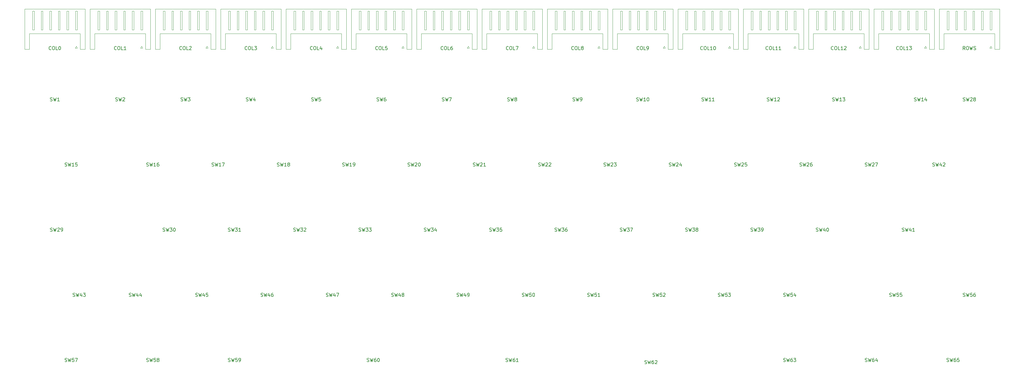
<source format=gbr>
%TF.GenerationSoftware,KiCad,Pcbnew,5.1.8*%
%TF.CreationDate,2021-03-10T22:21:39+13:00*%
%TF.ProjectId,segment_TEST,7365676d-656e-4745-9f54-4553542e6b69,rev?*%
%TF.SameCoordinates,Original*%
%TF.FileFunction,Legend,Top*%
%TF.FilePolarity,Positive*%
%FSLAX46Y46*%
G04 Gerber Fmt 4.6, Leading zero omitted, Abs format (unit mm)*
G04 Created by KiCad (PCBNEW 5.1.8) date 2021-03-10 22:21:39*
%MOMM*%
%LPD*%
G01*
G04 APERTURE LIST*
%ADD10C,0.120000*%
%ADD11C,0.150000*%
G04 APERTURE END LIST*
D10*
%TO.C,COL0*%
X63500000Y-66255000D02*
X72310000Y-66255000D01*
X72310000Y-66255000D02*
X72310000Y-77975000D01*
X72310000Y-77975000D02*
X70890000Y-77975000D01*
X70890000Y-77975000D02*
X70890000Y-73475000D01*
X70890000Y-73475000D02*
X63500000Y-73475000D01*
X63500000Y-66255000D02*
X54690000Y-66255000D01*
X54690000Y-66255000D02*
X54690000Y-77975000D01*
X54690000Y-77975000D02*
X56110000Y-77975000D01*
X56110000Y-77975000D02*
X56110000Y-73475000D01*
X56110000Y-73475000D02*
X63500000Y-73475000D01*
X70000000Y-72365000D02*
X70000000Y-66865000D01*
X70000000Y-66865000D02*
X69500000Y-66865000D01*
X69500000Y-66865000D02*
X69500000Y-72365000D01*
X69500000Y-72365000D02*
X70000000Y-72365000D01*
X67500000Y-72365000D02*
X67500000Y-66865000D01*
X67500000Y-66865000D02*
X67000000Y-66865000D01*
X67000000Y-66865000D02*
X67000000Y-72365000D01*
X67000000Y-72365000D02*
X67500000Y-72365000D01*
X65000000Y-72365000D02*
X65000000Y-66865000D01*
X65000000Y-66865000D02*
X64500000Y-66865000D01*
X64500000Y-66865000D02*
X64500000Y-72365000D01*
X64500000Y-72365000D02*
X65000000Y-72365000D01*
X62500000Y-72365000D02*
X62500000Y-66865000D01*
X62500000Y-66865000D02*
X62000000Y-66865000D01*
X62000000Y-66865000D02*
X62000000Y-72365000D01*
X62000000Y-72365000D02*
X62500000Y-72365000D01*
X60000000Y-72365000D02*
X60000000Y-66865000D01*
X60000000Y-66865000D02*
X59500000Y-66865000D01*
X59500000Y-66865000D02*
X59500000Y-72365000D01*
X59500000Y-72365000D02*
X60000000Y-72365000D01*
X57500000Y-72365000D02*
X57500000Y-66865000D01*
X57500000Y-66865000D02*
X57000000Y-66865000D01*
X57000000Y-66865000D02*
X57000000Y-72365000D01*
X57000000Y-72365000D02*
X57500000Y-72365000D01*
X69750000Y-77065000D02*
X70050000Y-77665000D01*
X70050000Y-77665000D02*
X69450000Y-77665000D01*
X69450000Y-77665000D02*
X69750000Y-77065000D01*
%TO.C,COL1*%
X82550000Y-66255000D02*
X91360000Y-66255000D01*
X91360000Y-66255000D02*
X91360000Y-77975000D01*
X91360000Y-77975000D02*
X89940000Y-77975000D01*
X89940000Y-77975000D02*
X89940000Y-73475000D01*
X89940000Y-73475000D02*
X82550000Y-73475000D01*
X82550000Y-66255000D02*
X73740000Y-66255000D01*
X73740000Y-66255000D02*
X73740000Y-77975000D01*
X73740000Y-77975000D02*
X75160000Y-77975000D01*
X75160000Y-77975000D02*
X75160000Y-73475000D01*
X75160000Y-73475000D02*
X82550000Y-73475000D01*
X89050000Y-72365000D02*
X89050000Y-66865000D01*
X89050000Y-66865000D02*
X88550000Y-66865000D01*
X88550000Y-66865000D02*
X88550000Y-72365000D01*
X88550000Y-72365000D02*
X89050000Y-72365000D01*
X86550000Y-72365000D02*
X86550000Y-66865000D01*
X86550000Y-66865000D02*
X86050000Y-66865000D01*
X86050000Y-66865000D02*
X86050000Y-72365000D01*
X86050000Y-72365000D02*
X86550000Y-72365000D01*
X84050000Y-72365000D02*
X84050000Y-66865000D01*
X84050000Y-66865000D02*
X83550000Y-66865000D01*
X83550000Y-66865000D02*
X83550000Y-72365000D01*
X83550000Y-72365000D02*
X84050000Y-72365000D01*
X81550000Y-72365000D02*
X81550000Y-66865000D01*
X81550000Y-66865000D02*
X81050000Y-66865000D01*
X81050000Y-66865000D02*
X81050000Y-72365000D01*
X81050000Y-72365000D02*
X81550000Y-72365000D01*
X79050000Y-72365000D02*
X79050000Y-66865000D01*
X79050000Y-66865000D02*
X78550000Y-66865000D01*
X78550000Y-66865000D02*
X78550000Y-72365000D01*
X78550000Y-72365000D02*
X79050000Y-72365000D01*
X76550000Y-72365000D02*
X76550000Y-66865000D01*
X76550000Y-66865000D02*
X76050000Y-66865000D01*
X76050000Y-66865000D02*
X76050000Y-72365000D01*
X76050000Y-72365000D02*
X76550000Y-72365000D01*
X88800000Y-77065000D02*
X89100000Y-77665000D01*
X89100000Y-77665000D02*
X88500000Y-77665000D01*
X88500000Y-77665000D02*
X88800000Y-77065000D01*
%TO.C,COL2*%
X101600000Y-66255000D02*
X110410000Y-66255000D01*
X110410000Y-66255000D02*
X110410000Y-77975000D01*
X110410000Y-77975000D02*
X108990000Y-77975000D01*
X108990000Y-77975000D02*
X108990000Y-73475000D01*
X108990000Y-73475000D02*
X101600000Y-73475000D01*
X101600000Y-66255000D02*
X92790000Y-66255000D01*
X92790000Y-66255000D02*
X92790000Y-77975000D01*
X92790000Y-77975000D02*
X94210000Y-77975000D01*
X94210000Y-77975000D02*
X94210000Y-73475000D01*
X94210000Y-73475000D02*
X101600000Y-73475000D01*
X108100000Y-72365000D02*
X108100000Y-66865000D01*
X108100000Y-66865000D02*
X107600000Y-66865000D01*
X107600000Y-66865000D02*
X107600000Y-72365000D01*
X107600000Y-72365000D02*
X108100000Y-72365000D01*
X105600000Y-72365000D02*
X105600000Y-66865000D01*
X105600000Y-66865000D02*
X105100000Y-66865000D01*
X105100000Y-66865000D02*
X105100000Y-72365000D01*
X105100000Y-72365000D02*
X105600000Y-72365000D01*
X103100000Y-72365000D02*
X103100000Y-66865000D01*
X103100000Y-66865000D02*
X102600000Y-66865000D01*
X102600000Y-66865000D02*
X102600000Y-72365000D01*
X102600000Y-72365000D02*
X103100000Y-72365000D01*
X100600000Y-72365000D02*
X100600000Y-66865000D01*
X100600000Y-66865000D02*
X100100000Y-66865000D01*
X100100000Y-66865000D02*
X100100000Y-72365000D01*
X100100000Y-72365000D02*
X100600000Y-72365000D01*
X98100000Y-72365000D02*
X98100000Y-66865000D01*
X98100000Y-66865000D02*
X97600000Y-66865000D01*
X97600000Y-66865000D02*
X97600000Y-72365000D01*
X97600000Y-72365000D02*
X98100000Y-72365000D01*
X95600000Y-72365000D02*
X95600000Y-66865000D01*
X95600000Y-66865000D02*
X95100000Y-66865000D01*
X95100000Y-66865000D02*
X95100000Y-72365000D01*
X95100000Y-72365000D02*
X95600000Y-72365000D01*
X107850000Y-77065000D02*
X108150000Y-77665000D01*
X108150000Y-77665000D02*
X107550000Y-77665000D01*
X107550000Y-77665000D02*
X107850000Y-77065000D01*
%TO.C,COL3*%
X120650000Y-66255000D02*
X129460000Y-66255000D01*
X129460000Y-66255000D02*
X129460000Y-77975000D01*
X129460000Y-77975000D02*
X128040000Y-77975000D01*
X128040000Y-77975000D02*
X128040000Y-73475000D01*
X128040000Y-73475000D02*
X120650000Y-73475000D01*
X120650000Y-66255000D02*
X111840000Y-66255000D01*
X111840000Y-66255000D02*
X111840000Y-77975000D01*
X111840000Y-77975000D02*
X113260000Y-77975000D01*
X113260000Y-77975000D02*
X113260000Y-73475000D01*
X113260000Y-73475000D02*
X120650000Y-73475000D01*
X127150000Y-72365000D02*
X127150000Y-66865000D01*
X127150000Y-66865000D02*
X126650000Y-66865000D01*
X126650000Y-66865000D02*
X126650000Y-72365000D01*
X126650000Y-72365000D02*
X127150000Y-72365000D01*
X124650000Y-72365000D02*
X124650000Y-66865000D01*
X124650000Y-66865000D02*
X124150000Y-66865000D01*
X124150000Y-66865000D02*
X124150000Y-72365000D01*
X124150000Y-72365000D02*
X124650000Y-72365000D01*
X122150000Y-72365000D02*
X122150000Y-66865000D01*
X122150000Y-66865000D02*
X121650000Y-66865000D01*
X121650000Y-66865000D02*
X121650000Y-72365000D01*
X121650000Y-72365000D02*
X122150000Y-72365000D01*
X119650000Y-72365000D02*
X119650000Y-66865000D01*
X119650000Y-66865000D02*
X119150000Y-66865000D01*
X119150000Y-66865000D02*
X119150000Y-72365000D01*
X119150000Y-72365000D02*
X119650000Y-72365000D01*
X117150000Y-72365000D02*
X117150000Y-66865000D01*
X117150000Y-66865000D02*
X116650000Y-66865000D01*
X116650000Y-66865000D02*
X116650000Y-72365000D01*
X116650000Y-72365000D02*
X117150000Y-72365000D01*
X114650000Y-72365000D02*
X114650000Y-66865000D01*
X114650000Y-66865000D02*
X114150000Y-66865000D01*
X114150000Y-66865000D02*
X114150000Y-72365000D01*
X114150000Y-72365000D02*
X114650000Y-72365000D01*
X126900000Y-77065000D02*
X127200000Y-77665000D01*
X127200000Y-77665000D02*
X126600000Y-77665000D01*
X126600000Y-77665000D02*
X126900000Y-77065000D01*
%TO.C,COL4*%
X139700000Y-66255000D02*
X148510000Y-66255000D01*
X148510000Y-66255000D02*
X148510000Y-77975000D01*
X148510000Y-77975000D02*
X147090000Y-77975000D01*
X147090000Y-77975000D02*
X147090000Y-73475000D01*
X147090000Y-73475000D02*
X139700000Y-73475000D01*
X139700000Y-66255000D02*
X130890000Y-66255000D01*
X130890000Y-66255000D02*
X130890000Y-77975000D01*
X130890000Y-77975000D02*
X132310000Y-77975000D01*
X132310000Y-77975000D02*
X132310000Y-73475000D01*
X132310000Y-73475000D02*
X139700000Y-73475000D01*
X146200000Y-72365000D02*
X146200000Y-66865000D01*
X146200000Y-66865000D02*
X145700000Y-66865000D01*
X145700000Y-66865000D02*
X145700000Y-72365000D01*
X145700000Y-72365000D02*
X146200000Y-72365000D01*
X143700000Y-72365000D02*
X143700000Y-66865000D01*
X143700000Y-66865000D02*
X143200000Y-66865000D01*
X143200000Y-66865000D02*
X143200000Y-72365000D01*
X143200000Y-72365000D02*
X143700000Y-72365000D01*
X141200000Y-72365000D02*
X141200000Y-66865000D01*
X141200000Y-66865000D02*
X140700000Y-66865000D01*
X140700000Y-66865000D02*
X140700000Y-72365000D01*
X140700000Y-72365000D02*
X141200000Y-72365000D01*
X138700000Y-72365000D02*
X138700000Y-66865000D01*
X138700000Y-66865000D02*
X138200000Y-66865000D01*
X138200000Y-66865000D02*
X138200000Y-72365000D01*
X138200000Y-72365000D02*
X138700000Y-72365000D01*
X136200000Y-72365000D02*
X136200000Y-66865000D01*
X136200000Y-66865000D02*
X135700000Y-66865000D01*
X135700000Y-66865000D02*
X135700000Y-72365000D01*
X135700000Y-72365000D02*
X136200000Y-72365000D01*
X133700000Y-72365000D02*
X133700000Y-66865000D01*
X133700000Y-66865000D02*
X133200000Y-66865000D01*
X133200000Y-66865000D02*
X133200000Y-72365000D01*
X133200000Y-72365000D02*
X133700000Y-72365000D01*
X145950000Y-77065000D02*
X146250000Y-77665000D01*
X146250000Y-77665000D02*
X145650000Y-77665000D01*
X145650000Y-77665000D02*
X145950000Y-77065000D01*
%TO.C,COL5*%
X158750000Y-66255000D02*
X167560000Y-66255000D01*
X167560000Y-66255000D02*
X167560000Y-77975000D01*
X167560000Y-77975000D02*
X166140000Y-77975000D01*
X166140000Y-77975000D02*
X166140000Y-73475000D01*
X166140000Y-73475000D02*
X158750000Y-73475000D01*
X158750000Y-66255000D02*
X149940000Y-66255000D01*
X149940000Y-66255000D02*
X149940000Y-77975000D01*
X149940000Y-77975000D02*
X151360000Y-77975000D01*
X151360000Y-77975000D02*
X151360000Y-73475000D01*
X151360000Y-73475000D02*
X158750000Y-73475000D01*
X165250000Y-72365000D02*
X165250000Y-66865000D01*
X165250000Y-66865000D02*
X164750000Y-66865000D01*
X164750000Y-66865000D02*
X164750000Y-72365000D01*
X164750000Y-72365000D02*
X165250000Y-72365000D01*
X162750000Y-72365000D02*
X162750000Y-66865000D01*
X162750000Y-66865000D02*
X162250000Y-66865000D01*
X162250000Y-66865000D02*
X162250000Y-72365000D01*
X162250000Y-72365000D02*
X162750000Y-72365000D01*
X160250000Y-72365000D02*
X160250000Y-66865000D01*
X160250000Y-66865000D02*
X159750000Y-66865000D01*
X159750000Y-66865000D02*
X159750000Y-72365000D01*
X159750000Y-72365000D02*
X160250000Y-72365000D01*
X157750000Y-72365000D02*
X157750000Y-66865000D01*
X157750000Y-66865000D02*
X157250000Y-66865000D01*
X157250000Y-66865000D02*
X157250000Y-72365000D01*
X157250000Y-72365000D02*
X157750000Y-72365000D01*
X155250000Y-72365000D02*
X155250000Y-66865000D01*
X155250000Y-66865000D02*
X154750000Y-66865000D01*
X154750000Y-66865000D02*
X154750000Y-72365000D01*
X154750000Y-72365000D02*
X155250000Y-72365000D01*
X152750000Y-72365000D02*
X152750000Y-66865000D01*
X152750000Y-66865000D02*
X152250000Y-66865000D01*
X152250000Y-66865000D02*
X152250000Y-72365000D01*
X152250000Y-72365000D02*
X152750000Y-72365000D01*
X165000000Y-77065000D02*
X165300000Y-77665000D01*
X165300000Y-77665000D02*
X164700000Y-77665000D01*
X164700000Y-77665000D02*
X165000000Y-77065000D01*
%TO.C,COL6*%
X177800000Y-66255000D02*
X186610000Y-66255000D01*
X186610000Y-66255000D02*
X186610000Y-77975000D01*
X186610000Y-77975000D02*
X185190000Y-77975000D01*
X185190000Y-77975000D02*
X185190000Y-73475000D01*
X185190000Y-73475000D02*
X177800000Y-73475000D01*
X177800000Y-66255000D02*
X168990000Y-66255000D01*
X168990000Y-66255000D02*
X168990000Y-77975000D01*
X168990000Y-77975000D02*
X170410000Y-77975000D01*
X170410000Y-77975000D02*
X170410000Y-73475000D01*
X170410000Y-73475000D02*
X177800000Y-73475000D01*
X184300000Y-72365000D02*
X184300000Y-66865000D01*
X184300000Y-66865000D02*
X183800000Y-66865000D01*
X183800000Y-66865000D02*
X183800000Y-72365000D01*
X183800000Y-72365000D02*
X184300000Y-72365000D01*
X181800000Y-72365000D02*
X181800000Y-66865000D01*
X181800000Y-66865000D02*
X181300000Y-66865000D01*
X181300000Y-66865000D02*
X181300000Y-72365000D01*
X181300000Y-72365000D02*
X181800000Y-72365000D01*
X179300000Y-72365000D02*
X179300000Y-66865000D01*
X179300000Y-66865000D02*
X178800000Y-66865000D01*
X178800000Y-66865000D02*
X178800000Y-72365000D01*
X178800000Y-72365000D02*
X179300000Y-72365000D01*
X176800000Y-72365000D02*
X176800000Y-66865000D01*
X176800000Y-66865000D02*
X176300000Y-66865000D01*
X176300000Y-66865000D02*
X176300000Y-72365000D01*
X176300000Y-72365000D02*
X176800000Y-72365000D01*
X174300000Y-72365000D02*
X174300000Y-66865000D01*
X174300000Y-66865000D02*
X173800000Y-66865000D01*
X173800000Y-66865000D02*
X173800000Y-72365000D01*
X173800000Y-72365000D02*
X174300000Y-72365000D01*
X171800000Y-72365000D02*
X171800000Y-66865000D01*
X171800000Y-66865000D02*
X171300000Y-66865000D01*
X171300000Y-66865000D02*
X171300000Y-72365000D01*
X171300000Y-72365000D02*
X171800000Y-72365000D01*
X184050000Y-77065000D02*
X184350000Y-77665000D01*
X184350000Y-77665000D02*
X183750000Y-77665000D01*
X183750000Y-77665000D02*
X184050000Y-77065000D01*
%TO.C,COL7*%
X196850000Y-66255000D02*
X205660000Y-66255000D01*
X205660000Y-66255000D02*
X205660000Y-77975000D01*
X205660000Y-77975000D02*
X204240000Y-77975000D01*
X204240000Y-77975000D02*
X204240000Y-73475000D01*
X204240000Y-73475000D02*
X196850000Y-73475000D01*
X196850000Y-66255000D02*
X188040000Y-66255000D01*
X188040000Y-66255000D02*
X188040000Y-77975000D01*
X188040000Y-77975000D02*
X189460000Y-77975000D01*
X189460000Y-77975000D02*
X189460000Y-73475000D01*
X189460000Y-73475000D02*
X196850000Y-73475000D01*
X203350000Y-72365000D02*
X203350000Y-66865000D01*
X203350000Y-66865000D02*
X202850000Y-66865000D01*
X202850000Y-66865000D02*
X202850000Y-72365000D01*
X202850000Y-72365000D02*
X203350000Y-72365000D01*
X200850000Y-72365000D02*
X200850000Y-66865000D01*
X200850000Y-66865000D02*
X200350000Y-66865000D01*
X200350000Y-66865000D02*
X200350000Y-72365000D01*
X200350000Y-72365000D02*
X200850000Y-72365000D01*
X198350000Y-72365000D02*
X198350000Y-66865000D01*
X198350000Y-66865000D02*
X197850000Y-66865000D01*
X197850000Y-66865000D02*
X197850000Y-72365000D01*
X197850000Y-72365000D02*
X198350000Y-72365000D01*
X195850000Y-72365000D02*
X195850000Y-66865000D01*
X195850000Y-66865000D02*
X195350000Y-66865000D01*
X195350000Y-66865000D02*
X195350000Y-72365000D01*
X195350000Y-72365000D02*
X195850000Y-72365000D01*
X193350000Y-72365000D02*
X193350000Y-66865000D01*
X193350000Y-66865000D02*
X192850000Y-66865000D01*
X192850000Y-66865000D02*
X192850000Y-72365000D01*
X192850000Y-72365000D02*
X193350000Y-72365000D01*
X190850000Y-72365000D02*
X190850000Y-66865000D01*
X190850000Y-66865000D02*
X190350000Y-66865000D01*
X190350000Y-66865000D02*
X190350000Y-72365000D01*
X190350000Y-72365000D02*
X190850000Y-72365000D01*
X203100000Y-77065000D02*
X203400000Y-77665000D01*
X203400000Y-77665000D02*
X202800000Y-77665000D01*
X202800000Y-77665000D02*
X203100000Y-77065000D01*
%TO.C,COL8*%
X215900000Y-66255000D02*
X224710000Y-66255000D01*
X224710000Y-66255000D02*
X224710000Y-77975000D01*
X224710000Y-77975000D02*
X223290000Y-77975000D01*
X223290000Y-77975000D02*
X223290000Y-73475000D01*
X223290000Y-73475000D02*
X215900000Y-73475000D01*
X215900000Y-66255000D02*
X207090000Y-66255000D01*
X207090000Y-66255000D02*
X207090000Y-77975000D01*
X207090000Y-77975000D02*
X208510000Y-77975000D01*
X208510000Y-77975000D02*
X208510000Y-73475000D01*
X208510000Y-73475000D02*
X215900000Y-73475000D01*
X222400000Y-72365000D02*
X222400000Y-66865000D01*
X222400000Y-66865000D02*
X221900000Y-66865000D01*
X221900000Y-66865000D02*
X221900000Y-72365000D01*
X221900000Y-72365000D02*
X222400000Y-72365000D01*
X219900000Y-72365000D02*
X219900000Y-66865000D01*
X219900000Y-66865000D02*
X219400000Y-66865000D01*
X219400000Y-66865000D02*
X219400000Y-72365000D01*
X219400000Y-72365000D02*
X219900000Y-72365000D01*
X217400000Y-72365000D02*
X217400000Y-66865000D01*
X217400000Y-66865000D02*
X216900000Y-66865000D01*
X216900000Y-66865000D02*
X216900000Y-72365000D01*
X216900000Y-72365000D02*
X217400000Y-72365000D01*
X214900000Y-72365000D02*
X214900000Y-66865000D01*
X214900000Y-66865000D02*
X214400000Y-66865000D01*
X214400000Y-66865000D02*
X214400000Y-72365000D01*
X214400000Y-72365000D02*
X214900000Y-72365000D01*
X212400000Y-72365000D02*
X212400000Y-66865000D01*
X212400000Y-66865000D02*
X211900000Y-66865000D01*
X211900000Y-66865000D02*
X211900000Y-72365000D01*
X211900000Y-72365000D02*
X212400000Y-72365000D01*
X209900000Y-72365000D02*
X209900000Y-66865000D01*
X209900000Y-66865000D02*
X209400000Y-66865000D01*
X209400000Y-66865000D02*
X209400000Y-72365000D01*
X209400000Y-72365000D02*
X209900000Y-72365000D01*
X222150000Y-77065000D02*
X222450000Y-77665000D01*
X222450000Y-77665000D02*
X221850000Y-77665000D01*
X221850000Y-77665000D02*
X222150000Y-77065000D01*
%TO.C,COL9*%
X234950000Y-66255000D02*
X243760000Y-66255000D01*
X243760000Y-66255000D02*
X243760000Y-77975000D01*
X243760000Y-77975000D02*
X242340000Y-77975000D01*
X242340000Y-77975000D02*
X242340000Y-73475000D01*
X242340000Y-73475000D02*
X234950000Y-73475000D01*
X234950000Y-66255000D02*
X226140000Y-66255000D01*
X226140000Y-66255000D02*
X226140000Y-77975000D01*
X226140000Y-77975000D02*
X227560000Y-77975000D01*
X227560000Y-77975000D02*
X227560000Y-73475000D01*
X227560000Y-73475000D02*
X234950000Y-73475000D01*
X241450000Y-72365000D02*
X241450000Y-66865000D01*
X241450000Y-66865000D02*
X240950000Y-66865000D01*
X240950000Y-66865000D02*
X240950000Y-72365000D01*
X240950000Y-72365000D02*
X241450000Y-72365000D01*
X238950000Y-72365000D02*
X238950000Y-66865000D01*
X238950000Y-66865000D02*
X238450000Y-66865000D01*
X238450000Y-66865000D02*
X238450000Y-72365000D01*
X238450000Y-72365000D02*
X238950000Y-72365000D01*
X236450000Y-72365000D02*
X236450000Y-66865000D01*
X236450000Y-66865000D02*
X235950000Y-66865000D01*
X235950000Y-66865000D02*
X235950000Y-72365000D01*
X235950000Y-72365000D02*
X236450000Y-72365000D01*
X233950000Y-72365000D02*
X233950000Y-66865000D01*
X233950000Y-66865000D02*
X233450000Y-66865000D01*
X233450000Y-66865000D02*
X233450000Y-72365000D01*
X233450000Y-72365000D02*
X233950000Y-72365000D01*
X231450000Y-72365000D02*
X231450000Y-66865000D01*
X231450000Y-66865000D02*
X230950000Y-66865000D01*
X230950000Y-66865000D02*
X230950000Y-72365000D01*
X230950000Y-72365000D02*
X231450000Y-72365000D01*
X228950000Y-72365000D02*
X228950000Y-66865000D01*
X228950000Y-66865000D02*
X228450000Y-66865000D01*
X228450000Y-66865000D02*
X228450000Y-72365000D01*
X228450000Y-72365000D02*
X228950000Y-72365000D01*
X241200000Y-77065000D02*
X241500000Y-77665000D01*
X241500000Y-77665000D02*
X240900000Y-77665000D01*
X240900000Y-77665000D02*
X241200000Y-77065000D01*
%TO.C,COL10*%
X254000000Y-66255000D02*
X262810000Y-66255000D01*
X262810000Y-66255000D02*
X262810000Y-77975000D01*
X262810000Y-77975000D02*
X261390000Y-77975000D01*
X261390000Y-77975000D02*
X261390000Y-73475000D01*
X261390000Y-73475000D02*
X254000000Y-73475000D01*
X254000000Y-66255000D02*
X245190000Y-66255000D01*
X245190000Y-66255000D02*
X245190000Y-77975000D01*
X245190000Y-77975000D02*
X246610000Y-77975000D01*
X246610000Y-77975000D02*
X246610000Y-73475000D01*
X246610000Y-73475000D02*
X254000000Y-73475000D01*
X260500000Y-72365000D02*
X260500000Y-66865000D01*
X260500000Y-66865000D02*
X260000000Y-66865000D01*
X260000000Y-66865000D02*
X260000000Y-72365000D01*
X260000000Y-72365000D02*
X260500000Y-72365000D01*
X258000000Y-72365000D02*
X258000000Y-66865000D01*
X258000000Y-66865000D02*
X257500000Y-66865000D01*
X257500000Y-66865000D02*
X257500000Y-72365000D01*
X257500000Y-72365000D02*
X258000000Y-72365000D01*
X255500000Y-72365000D02*
X255500000Y-66865000D01*
X255500000Y-66865000D02*
X255000000Y-66865000D01*
X255000000Y-66865000D02*
X255000000Y-72365000D01*
X255000000Y-72365000D02*
X255500000Y-72365000D01*
X253000000Y-72365000D02*
X253000000Y-66865000D01*
X253000000Y-66865000D02*
X252500000Y-66865000D01*
X252500000Y-66865000D02*
X252500000Y-72365000D01*
X252500000Y-72365000D02*
X253000000Y-72365000D01*
X250500000Y-72365000D02*
X250500000Y-66865000D01*
X250500000Y-66865000D02*
X250000000Y-66865000D01*
X250000000Y-66865000D02*
X250000000Y-72365000D01*
X250000000Y-72365000D02*
X250500000Y-72365000D01*
X248000000Y-72365000D02*
X248000000Y-66865000D01*
X248000000Y-66865000D02*
X247500000Y-66865000D01*
X247500000Y-66865000D02*
X247500000Y-72365000D01*
X247500000Y-72365000D02*
X248000000Y-72365000D01*
X260250000Y-77065000D02*
X260550000Y-77665000D01*
X260550000Y-77665000D02*
X259950000Y-77665000D01*
X259950000Y-77665000D02*
X260250000Y-77065000D01*
%TO.C,COL11*%
X273050000Y-66255000D02*
X281860000Y-66255000D01*
X281860000Y-66255000D02*
X281860000Y-77975000D01*
X281860000Y-77975000D02*
X280440000Y-77975000D01*
X280440000Y-77975000D02*
X280440000Y-73475000D01*
X280440000Y-73475000D02*
X273050000Y-73475000D01*
X273050000Y-66255000D02*
X264240000Y-66255000D01*
X264240000Y-66255000D02*
X264240000Y-77975000D01*
X264240000Y-77975000D02*
X265660000Y-77975000D01*
X265660000Y-77975000D02*
X265660000Y-73475000D01*
X265660000Y-73475000D02*
X273050000Y-73475000D01*
X279550000Y-72365000D02*
X279550000Y-66865000D01*
X279550000Y-66865000D02*
X279050000Y-66865000D01*
X279050000Y-66865000D02*
X279050000Y-72365000D01*
X279050000Y-72365000D02*
X279550000Y-72365000D01*
X277050000Y-72365000D02*
X277050000Y-66865000D01*
X277050000Y-66865000D02*
X276550000Y-66865000D01*
X276550000Y-66865000D02*
X276550000Y-72365000D01*
X276550000Y-72365000D02*
X277050000Y-72365000D01*
X274550000Y-72365000D02*
X274550000Y-66865000D01*
X274550000Y-66865000D02*
X274050000Y-66865000D01*
X274050000Y-66865000D02*
X274050000Y-72365000D01*
X274050000Y-72365000D02*
X274550000Y-72365000D01*
X272050000Y-72365000D02*
X272050000Y-66865000D01*
X272050000Y-66865000D02*
X271550000Y-66865000D01*
X271550000Y-66865000D02*
X271550000Y-72365000D01*
X271550000Y-72365000D02*
X272050000Y-72365000D01*
X269550000Y-72365000D02*
X269550000Y-66865000D01*
X269550000Y-66865000D02*
X269050000Y-66865000D01*
X269050000Y-66865000D02*
X269050000Y-72365000D01*
X269050000Y-72365000D02*
X269550000Y-72365000D01*
X267050000Y-72365000D02*
X267050000Y-66865000D01*
X267050000Y-66865000D02*
X266550000Y-66865000D01*
X266550000Y-66865000D02*
X266550000Y-72365000D01*
X266550000Y-72365000D02*
X267050000Y-72365000D01*
X279300000Y-77065000D02*
X279600000Y-77665000D01*
X279600000Y-77665000D02*
X279000000Y-77665000D01*
X279000000Y-77665000D02*
X279300000Y-77065000D01*
%TO.C,COL12*%
X292100000Y-66255000D02*
X300910000Y-66255000D01*
X300910000Y-66255000D02*
X300910000Y-77975000D01*
X300910000Y-77975000D02*
X299490000Y-77975000D01*
X299490000Y-77975000D02*
X299490000Y-73475000D01*
X299490000Y-73475000D02*
X292100000Y-73475000D01*
X292100000Y-66255000D02*
X283290000Y-66255000D01*
X283290000Y-66255000D02*
X283290000Y-77975000D01*
X283290000Y-77975000D02*
X284710000Y-77975000D01*
X284710000Y-77975000D02*
X284710000Y-73475000D01*
X284710000Y-73475000D02*
X292100000Y-73475000D01*
X298600000Y-72365000D02*
X298600000Y-66865000D01*
X298600000Y-66865000D02*
X298100000Y-66865000D01*
X298100000Y-66865000D02*
X298100000Y-72365000D01*
X298100000Y-72365000D02*
X298600000Y-72365000D01*
X296100000Y-72365000D02*
X296100000Y-66865000D01*
X296100000Y-66865000D02*
X295600000Y-66865000D01*
X295600000Y-66865000D02*
X295600000Y-72365000D01*
X295600000Y-72365000D02*
X296100000Y-72365000D01*
X293600000Y-72365000D02*
X293600000Y-66865000D01*
X293600000Y-66865000D02*
X293100000Y-66865000D01*
X293100000Y-66865000D02*
X293100000Y-72365000D01*
X293100000Y-72365000D02*
X293600000Y-72365000D01*
X291100000Y-72365000D02*
X291100000Y-66865000D01*
X291100000Y-66865000D02*
X290600000Y-66865000D01*
X290600000Y-66865000D02*
X290600000Y-72365000D01*
X290600000Y-72365000D02*
X291100000Y-72365000D01*
X288600000Y-72365000D02*
X288600000Y-66865000D01*
X288600000Y-66865000D02*
X288100000Y-66865000D01*
X288100000Y-66865000D02*
X288100000Y-72365000D01*
X288100000Y-72365000D02*
X288600000Y-72365000D01*
X286100000Y-72365000D02*
X286100000Y-66865000D01*
X286100000Y-66865000D02*
X285600000Y-66865000D01*
X285600000Y-66865000D02*
X285600000Y-72365000D01*
X285600000Y-72365000D02*
X286100000Y-72365000D01*
X298350000Y-77065000D02*
X298650000Y-77665000D01*
X298650000Y-77665000D02*
X298050000Y-77665000D01*
X298050000Y-77665000D02*
X298350000Y-77065000D01*
%TO.C,COL13*%
X311150000Y-66255000D02*
X319960000Y-66255000D01*
X319960000Y-66255000D02*
X319960000Y-77975000D01*
X319960000Y-77975000D02*
X318540000Y-77975000D01*
X318540000Y-77975000D02*
X318540000Y-73475000D01*
X318540000Y-73475000D02*
X311150000Y-73475000D01*
X311150000Y-66255000D02*
X302340000Y-66255000D01*
X302340000Y-66255000D02*
X302340000Y-77975000D01*
X302340000Y-77975000D02*
X303760000Y-77975000D01*
X303760000Y-77975000D02*
X303760000Y-73475000D01*
X303760000Y-73475000D02*
X311150000Y-73475000D01*
X317650000Y-72365000D02*
X317650000Y-66865000D01*
X317650000Y-66865000D02*
X317150000Y-66865000D01*
X317150000Y-66865000D02*
X317150000Y-72365000D01*
X317150000Y-72365000D02*
X317650000Y-72365000D01*
X315150000Y-72365000D02*
X315150000Y-66865000D01*
X315150000Y-66865000D02*
X314650000Y-66865000D01*
X314650000Y-66865000D02*
X314650000Y-72365000D01*
X314650000Y-72365000D02*
X315150000Y-72365000D01*
X312650000Y-72365000D02*
X312650000Y-66865000D01*
X312650000Y-66865000D02*
X312150000Y-66865000D01*
X312150000Y-66865000D02*
X312150000Y-72365000D01*
X312150000Y-72365000D02*
X312650000Y-72365000D01*
X310150000Y-72365000D02*
X310150000Y-66865000D01*
X310150000Y-66865000D02*
X309650000Y-66865000D01*
X309650000Y-66865000D02*
X309650000Y-72365000D01*
X309650000Y-72365000D02*
X310150000Y-72365000D01*
X307650000Y-72365000D02*
X307650000Y-66865000D01*
X307650000Y-66865000D02*
X307150000Y-66865000D01*
X307150000Y-66865000D02*
X307150000Y-72365000D01*
X307150000Y-72365000D02*
X307650000Y-72365000D01*
X305150000Y-72365000D02*
X305150000Y-66865000D01*
X305150000Y-66865000D02*
X304650000Y-66865000D01*
X304650000Y-66865000D02*
X304650000Y-72365000D01*
X304650000Y-72365000D02*
X305150000Y-72365000D01*
X317400000Y-77065000D02*
X317700000Y-77665000D01*
X317700000Y-77665000D02*
X317100000Y-77665000D01*
X317100000Y-77665000D02*
X317400000Y-77065000D01*
%TO.C,ROWS*%
X330200000Y-66255000D02*
X339010000Y-66255000D01*
X339010000Y-66255000D02*
X339010000Y-77975000D01*
X339010000Y-77975000D02*
X337590000Y-77975000D01*
X337590000Y-77975000D02*
X337590000Y-73475000D01*
X337590000Y-73475000D02*
X330200000Y-73475000D01*
X330200000Y-66255000D02*
X321390000Y-66255000D01*
X321390000Y-66255000D02*
X321390000Y-77975000D01*
X321390000Y-77975000D02*
X322810000Y-77975000D01*
X322810000Y-77975000D02*
X322810000Y-73475000D01*
X322810000Y-73475000D02*
X330200000Y-73475000D01*
X336700000Y-72365000D02*
X336700000Y-66865000D01*
X336700000Y-66865000D02*
X336200000Y-66865000D01*
X336200000Y-66865000D02*
X336200000Y-72365000D01*
X336200000Y-72365000D02*
X336700000Y-72365000D01*
X334200000Y-72365000D02*
X334200000Y-66865000D01*
X334200000Y-66865000D02*
X333700000Y-66865000D01*
X333700000Y-66865000D02*
X333700000Y-72365000D01*
X333700000Y-72365000D02*
X334200000Y-72365000D01*
X331700000Y-72365000D02*
X331700000Y-66865000D01*
X331700000Y-66865000D02*
X331200000Y-66865000D01*
X331200000Y-66865000D02*
X331200000Y-72365000D01*
X331200000Y-72365000D02*
X331700000Y-72365000D01*
X329200000Y-72365000D02*
X329200000Y-66865000D01*
X329200000Y-66865000D02*
X328700000Y-66865000D01*
X328700000Y-66865000D02*
X328700000Y-72365000D01*
X328700000Y-72365000D02*
X329200000Y-72365000D01*
X326700000Y-72365000D02*
X326700000Y-66865000D01*
X326700000Y-66865000D02*
X326200000Y-66865000D01*
X326200000Y-66865000D02*
X326200000Y-72365000D01*
X326200000Y-72365000D02*
X326700000Y-72365000D01*
X324200000Y-72365000D02*
X324200000Y-66865000D01*
X324200000Y-66865000D02*
X323700000Y-66865000D01*
X323700000Y-66865000D02*
X323700000Y-72365000D01*
X323700000Y-72365000D02*
X324200000Y-72365000D01*
X336450000Y-77065000D02*
X336750000Y-77665000D01*
X336750000Y-77665000D02*
X336150000Y-77665000D01*
X336150000Y-77665000D02*
X336450000Y-77065000D01*
%TO.C,SW30*%
D11*
X95027976Y-131214761D02*
X95170833Y-131262380D01*
X95408928Y-131262380D01*
X95504166Y-131214761D01*
X95551785Y-131167142D01*
X95599404Y-131071904D01*
X95599404Y-130976666D01*
X95551785Y-130881428D01*
X95504166Y-130833809D01*
X95408928Y-130786190D01*
X95218452Y-130738571D01*
X95123214Y-130690952D01*
X95075595Y-130643333D01*
X95027976Y-130548095D01*
X95027976Y-130452857D01*
X95075595Y-130357619D01*
X95123214Y-130310000D01*
X95218452Y-130262380D01*
X95456547Y-130262380D01*
X95599404Y-130310000D01*
X95932738Y-130262380D02*
X96170833Y-131262380D01*
X96361309Y-130548095D01*
X96551785Y-131262380D01*
X96789880Y-130262380D01*
X97075595Y-130262380D02*
X97694642Y-130262380D01*
X97361309Y-130643333D01*
X97504166Y-130643333D01*
X97599404Y-130690952D01*
X97647023Y-130738571D01*
X97694642Y-130833809D01*
X97694642Y-131071904D01*
X97647023Y-131167142D01*
X97599404Y-131214761D01*
X97504166Y-131262380D01*
X97218452Y-131262380D01*
X97123214Y-131214761D01*
X97075595Y-131167142D01*
X98313690Y-130262380D02*
X98408928Y-130262380D01*
X98504166Y-130310000D01*
X98551785Y-130357619D01*
X98599404Y-130452857D01*
X98647023Y-130643333D01*
X98647023Y-130881428D01*
X98599404Y-131071904D01*
X98551785Y-131167142D01*
X98504166Y-131214761D01*
X98408928Y-131262380D01*
X98313690Y-131262380D01*
X98218452Y-131214761D01*
X98170833Y-131167142D01*
X98123214Y-131071904D01*
X98075595Y-130881428D01*
X98075595Y-130643333D01*
X98123214Y-130452857D01*
X98170833Y-130357619D01*
X98218452Y-130310000D01*
X98313690Y-130262380D01*
%TO.C,SW29*%
X62198476Y-131214761D02*
X62341333Y-131262380D01*
X62579428Y-131262380D01*
X62674666Y-131214761D01*
X62722285Y-131167142D01*
X62769904Y-131071904D01*
X62769904Y-130976666D01*
X62722285Y-130881428D01*
X62674666Y-130833809D01*
X62579428Y-130786190D01*
X62388952Y-130738571D01*
X62293714Y-130690952D01*
X62246095Y-130643333D01*
X62198476Y-130548095D01*
X62198476Y-130452857D01*
X62246095Y-130357619D01*
X62293714Y-130310000D01*
X62388952Y-130262380D01*
X62627047Y-130262380D01*
X62769904Y-130310000D01*
X63103238Y-130262380D02*
X63341333Y-131262380D01*
X63531809Y-130548095D01*
X63722285Y-131262380D01*
X63960380Y-130262380D01*
X64293714Y-130357619D02*
X64341333Y-130310000D01*
X64436571Y-130262380D01*
X64674666Y-130262380D01*
X64769904Y-130310000D01*
X64817523Y-130357619D01*
X64865142Y-130452857D01*
X64865142Y-130548095D01*
X64817523Y-130690952D01*
X64246095Y-131262380D01*
X64865142Y-131262380D01*
X65341333Y-131262380D02*
X65531809Y-131262380D01*
X65627047Y-131214761D01*
X65674666Y-131167142D01*
X65769904Y-131024285D01*
X65817523Y-130833809D01*
X65817523Y-130452857D01*
X65769904Y-130357619D01*
X65722285Y-130310000D01*
X65627047Y-130262380D01*
X65436571Y-130262380D01*
X65341333Y-130310000D01*
X65293714Y-130357619D01*
X65246095Y-130452857D01*
X65246095Y-130690952D01*
X65293714Y-130786190D01*
X65341333Y-130833809D01*
X65436571Y-130881428D01*
X65627047Y-130881428D01*
X65722285Y-130833809D01*
X65769904Y-130786190D01*
X65817523Y-130690952D01*
%TO.C,SW15*%
X66452976Y-112164761D02*
X66595833Y-112212380D01*
X66833928Y-112212380D01*
X66929166Y-112164761D01*
X66976785Y-112117142D01*
X67024404Y-112021904D01*
X67024404Y-111926666D01*
X66976785Y-111831428D01*
X66929166Y-111783809D01*
X66833928Y-111736190D01*
X66643452Y-111688571D01*
X66548214Y-111640952D01*
X66500595Y-111593333D01*
X66452976Y-111498095D01*
X66452976Y-111402857D01*
X66500595Y-111307619D01*
X66548214Y-111260000D01*
X66643452Y-111212380D01*
X66881547Y-111212380D01*
X67024404Y-111260000D01*
X67357738Y-111212380D02*
X67595833Y-112212380D01*
X67786309Y-111498095D01*
X67976785Y-112212380D01*
X68214880Y-111212380D01*
X69119642Y-112212380D02*
X68548214Y-112212380D01*
X68833928Y-112212380D02*
X68833928Y-111212380D01*
X68738690Y-111355238D01*
X68643452Y-111450476D01*
X68548214Y-111498095D01*
X70024404Y-111212380D02*
X69548214Y-111212380D01*
X69500595Y-111688571D01*
X69548214Y-111640952D01*
X69643452Y-111593333D01*
X69881547Y-111593333D01*
X69976785Y-111640952D01*
X70024404Y-111688571D01*
X70072023Y-111783809D01*
X70072023Y-112021904D01*
X70024404Y-112117142D01*
X69976785Y-112164761D01*
X69881547Y-112212380D01*
X69643452Y-112212380D01*
X69548214Y-112164761D01*
X69500595Y-112117142D01*
%TO.C,SW2*%
X81216666Y-93114761D02*
X81359523Y-93162380D01*
X81597619Y-93162380D01*
X81692857Y-93114761D01*
X81740476Y-93067142D01*
X81788095Y-92971904D01*
X81788095Y-92876666D01*
X81740476Y-92781428D01*
X81692857Y-92733809D01*
X81597619Y-92686190D01*
X81407142Y-92638571D01*
X81311904Y-92590952D01*
X81264285Y-92543333D01*
X81216666Y-92448095D01*
X81216666Y-92352857D01*
X81264285Y-92257619D01*
X81311904Y-92210000D01*
X81407142Y-92162380D01*
X81645238Y-92162380D01*
X81788095Y-92210000D01*
X82121428Y-92162380D02*
X82359523Y-93162380D01*
X82550000Y-92448095D01*
X82740476Y-93162380D01*
X82978571Y-92162380D01*
X83311904Y-92257619D02*
X83359523Y-92210000D01*
X83454761Y-92162380D01*
X83692857Y-92162380D01*
X83788095Y-92210000D01*
X83835714Y-92257619D01*
X83883333Y-92352857D01*
X83883333Y-92448095D01*
X83835714Y-92590952D01*
X83264285Y-93162380D01*
X83883333Y-93162380D01*
%TO.C,SW58*%
X90265476Y-169314761D02*
X90408333Y-169362380D01*
X90646428Y-169362380D01*
X90741666Y-169314761D01*
X90789285Y-169267142D01*
X90836904Y-169171904D01*
X90836904Y-169076666D01*
X90789285Y-168981428D01*
X90741666Y-168933809D01*
X90646428Y-168886190D01*
X90455952Y-168838571D01*
X90360714Y-168790952D01*
X90313095Y-168743333D01*
X90265476Y-168648095D01*
X90265476Y-168552857D01*
X90313095Y-168457619D01*
X90360714Y-168410000D01*
X90455952Y-168362380D01*
X90694047Y-168362380D01*
X90836904Y-168410000D01*
X91170238Y-168362380D02*
X91408333Y-169362380D01*
X91598809Y-168648095D01*
X91789285Y-169362380D01*
X92027380Y-168362380D01*
X92884523Y-168362380D02*
X92408333Y-168362380D01*
X92360714Y-168838571D01*
X92408333Y-168790952D01*
X92503571Y-168743333D01*
X92741666Y-168743333D01*
X92836904Y-168790952D01*
X92884523Y-168838571D01*
X92932142Y-168933809D01*
X92932142Y-169171904D01*
X92884523Y-169267142D01*
X92836904Y-169314761D01*
X92741666Y-169362380D01*
X92503571Y-169362380D01*
X92408333Y-169314761D01*
X92360714Y-169267142D01*
X93503571Y-168790952D02*
X93408333Y-168743333D01*
X93360714Y-168695714D01*
X93313095Y-168600476D01*
X93313095Y-168552857D01*
X93360714Y-168457619D01*
X93408333Y-168410000D01*
X93503571Y-168362380D01*
X93694047Y-168362380D01*
X93789285Y-168410000D01*
X93836904Y-168457619D01*
X93884523Y-168552857D01*
X93884523Y-168600476D01*
X93836904Y-168695714D01*
X93789285Y-168743333D01*
X93694047Y-168790952D01*
X93503571Y-168790952D01*
X93408333Y-168838571D01*
X93360714Y-168886190D01*
X93313095Y-168981428D01*
X93313095Y-169171904D01*
X93360714Y-169267142D01*
X93408333Y-169314761D01*
X93503571Y-169362380D01*
X93694047Y-169362380D01*
X93789285Y-169314761D01*
X93836904Y-169267142D01*
X93884523Y-169171904D01*
X93884523Y-168981428D01*
X93836904Y-168886190D01*
X93789285Y-168838571D01*
X93694047Y-168790952D01*
%TO.C,SW57*%
X66452976Y-169314761D02*
X66595833Y-169362380D01*
X66833928Y-169362380D01*
X66929166Y-169314761D01*
X66976785Y-169267142D01*
X67024404Y-169171904D01*
X67024404Y-169076666D01*
X66976785Y-168981428D01*
X66929166Y-168933809D01*
X66833928Y-168886190D01*
X66643452Y-168838571D01*
X66548214Y-168790952D01*
X66500595Y-168743333D01*
X66452976Y-168648095D01*
X66452976Y-168552857D01*
X66500595Y-168457619D01*
X66548214Y-168410000D01*
X66643452Y-168362380D01*
X66881547Y-168362380D01*
X67024404Y-168410000D01*
X67357738Y-168362380D02*
X67595833Y-169362380D01*
X67786309Y-168648095D01*
X67976785Y-169362380D01*
X68214880Y-168362380D01*
X69072023Y-168362380D02*
X68595833Y-168362380D01*
X68548214Y-168838571D01*
X68595833Y-168790952D01*
X68691071Y-168743333D01*
X68929166Y-168743333D01*
X69024404Y-168790952D01*
X69072023Y-168838571D01*
X69119642Y-168933809D01*
X69119642Y-169171904D01*
X69072023Y-169267142D01*
X69024404Y-169314761D01*
X68929166Y-169362380D01*
X68691071Y-169362380D01*
X68595833Y-169314761D01*
X68548214Y-169267142D01*
X69452976Y-168362380D02*
X70119642Y-168362380D01*
X69691071Y-169362380D01*
%TO.C,SW43*%
X68802476Y-150264761D02*
X68945333Y-150312380D01*
X69183428Y-150312380D01*
X69278666Y-150264761D01*
X69326285Y-150217142D01*
X69373904Y-150121904D01*
X69373904Y-150026666D01*
X69326285Y-149931428D01*
X69278666Y-149883809D01*
X69183428Y-149836190D01*
X68992952Y-149788571D01*
X68897714Y-149740952D01*
X68850095Y-149693333D01*
X68802476Y-149598095D01*
X68802476Y-149502857D01*
X68850095Y-149407619D01*
X68897714Y-149360000D01*
X68992952Y-149312380D01*
X69231047Y-149312380D01*
X69373904Y-149360000D01*
X69707238Y-149312380D02*
X69945333Y-150312380D01*
X70135809Y-149598095D01*
X70326285Y-150312380D01*
X70564380Y-149312380D01*
X71373904Y-149645714D02*
X71373904Y-150312380D01*
X71135809Y-149264761D02*
X70897714Y-149979047D01*
X71516761Y-149979047D01*
X71802476Y-149312380D02*
X72421523Y-149312380D01*
X72088190Y-149693333D01*
X72231047Y-149693333D01*
X72326285Y-149740952D01*
X72373904Y-149788571D01*
X72421523Y-149883809D01*
X72421523Y-150121904D01*
X72373904Y-150217142D01*
X72326285Y-150264761D01*
X72231047Y-150312380D01*
X71945333Y-150312380D01*
X71850095Y-150264761D01*
X71802476Y-150217142D01*
%TO.C,SW42*%
X319500476Y-112164761D02*
X319643333Y-112212380D01*
X319881428Y-112212380D01*
X319976666Y-112164761D01*
X320024285Y-112117142D01*
X320071904Y-112021904D01*
X320071904Y-111926666D01*
X320024285Y-111831428D01*
X319976666Y-111783809D01*
X319881428Y-111736190D01*
X319690952Y-111688571D01*
X319595714Y-111640952D01*
X319548095Y-111593333D01*
X319500476Y-111498095D01*
X319500476Y-111402857D01*
X319548095Y-111307619D01*
X319595714Y-111260000D01*
X319690952Y-111212380D01*
X319929047Y-111212380D01*
X320071904Y-111260000D01*
X320405238Y-111212380D02*
X320643333Y-112212380D01*
X320833809Y-111498095D01*
X321024285Y-112212380D01*
X321262380Y-111212380D01*
X322071904Y-111545714D02*
X322071904Y-112212380D01*
X321833809Y-111164761D02*
X321595714Y-111879047D01*
X322214761Y-111879047D01*
X322548095Y-111307619D02*
X322595714Y-111260000D01*
X322690952Y-111212380D01*
X322929047Y-111212380D01*
X323024285Y-111260000D01*
X323071904Y-111307619D01*
X323119523Y-111402857D01*
X323119523Y-111498095D01*
X323071904Y-111640952D01*
X322500476Y-112212380D01*
X323119523Y-112212380D01*
%TO.C,SW14*%
X314166476Y-93114761D02*
X314309333Y-93162380D01*
X314547428Y-93162380D01*
X314642666Y-93114761D01*
X314690285Y-93067142D01*
X314737904Y-92971904D01*
X314737904Y-92876666D01*
X314690285Y-92781428D01*
X314642666Y-92733809D01*
X314547428Y-92686190D01*
X314356952Y-92638571D01*
X314261714Y-92590952D01*
X314214095Y-92543333D01*
X314166476Y-92448095D01*
X314166476Y-92352857D01*
X314214095Y-92257619D01*
X314261714Y-92210000D01*
X314356952Y-92162380D01*
X314595047Y-92162380D01*
X314737904Y-92210000D01*
X315071238Y-92162380D02*
X315309333Y-93162380D01*
X315499809Y-92448095D01*
X315690285Y-93162380D01*
X315928380Y-92162380D01*
X316833142Y-93162380D02*
X316261714Y-93162380D01*
X316547428Y-93162380D02*
X316547428Y-92162380D01*
X316452190Y-92305238D01*
X316356952Y-92400476D01*
X316261714Y-92448095D01*
X317690285Y-92495714D02*
X317690285Y-93162380D01*
X317452190Y-92114761D02*
X317214095Y-92829047D01*
X317833142Y-92829047D01*
%TO.C,SW1*%
X62166666Y-93114761D02*
X62309523Y-93162380D01*
X62547619Y-93162380D01*
X62642857Y-93114761D01*
X62690476Y-93067142D01*
X62738095Y-92971904D01*
X62738095Y-92876666D01*
X62690476Y-92781428D01*
X62642857Y-92733809D01*
X62547619Y-92686190D01*
X62357142Y-92638571D01*
X62261904Y-92590952D01*
X62214285Y-92543333D01*
X62166666Y-92448095D01*
X62166666Y-92352857D01*
X62214285Y-92257619D01*
X62261904Y-92210000D01*
X62357142Y-92162380D01*
X62595238Y-92162380D01*
X62738095Y-92210000D01*
X63071428Y-92162380D02*
X63309523Y-93162380D01*
X63500000Y-92448095D01*
X63690476Y-93162380D01*
X63928571Y-92162380D01*
X64833333Y-93162380D02*
X64261904Y-93162380D01*
X64547619Y-93162380D02*
X64547619Y-92162380D01*
X64452380Y-92305238D01*
X64357142Y-92400476D01*
X64261904Y-92448095D01*
%TO.C,SW3*%
X100266666Y-93114761D02*
X100409523Y-93162380D01*
X100647619Y-93162380D01*
X100742857Y-93114761D01*
X100790476Y-93067142D01*
X100838095Y-92971904D01*
X100838095Y-92876666D01*
X100790476Y-92781428D01*
X100742857Y-92733809D01*
X100647619Y-92686190D01*
X100457142Y-92638571D01*
X100361904Y-92590952D01*
X100314285Y-92543333D01*
X100266666Y-92448095D01*
X100266666Y-92352857D01*
X100314285Y-92257619D01*
X100361904Y-92210000D01*
X100457142Y-92162380D01*
X100695238Y-92162380D01*
X100838095Y-92210000D01*
X101171428Y-92162380D02*
X101409523Y-93162380D01*
X101600000Y-92448095D01*
X101790476Y-93162380D01*
X102028571Y-92162380D01*
X102314285Y-92162380D02*
X102933333Y-92162380D01*
X102600000Y-92543333D01*
X102742857Y-92543333D01*
X102838095Y-92590952D01*
X102885714Y-92638571D01*
X102933333Y-92733809D01*
X102933333Y-92971904D01*
X102885714Y-93067142D01*
X102838095Y-93114761D01*
X102742857Y-93162380D01*
X102457142Y-93162380D01*
X102361904Y-93114761D01*
X102314285Y-93067142D01*
%TO.C,SW4*%
X119316666Y-93114761D02*
X119459523Y-93162380D01*
X119697619Y-93162380D01*
X119792857Y-93114761D01*
X119840476Y-93067142D01*
X119888095Y-92971904D01*
X119888095Y-92876666D01*
X119840476Y-92781428D01*
X119792857Y-92733809D01*
X119697619Y-92686190D01*
X119507142Y-92638571D01*
X119411904Y-92590952D01*
X119364285Y-92543333D01*
X119316666Y-92448095D01*
X119316666Y-92352857D01*
X119364285Y-92257619D01*
X119411904Y-92210000D01*
X119507142Y-92162380D01*
X119745238Y-92162380D01*
X119888095Y-92210000D01*
X120221428Y-92162380D02*
X120459523Y-93162380D01*
X120650000Y-92448095D01*
X120840476Y-93162380D01*
X121078571Y-92162380D01*
X121888095Y-92495714D02*
X121888095Y-93162380D01*
X121650000Y-92114761D02*
X121411904Y-92829047D01*
X122030952Y-92829047D01*
%TO.C,SW5*%
X138366666Y-93114761D02*
X138509523Y-93162380D01*
X138747619Y-93162380D01*
X138842857Y-93114761D01*
X138890476Y-93067142D01*
X138938095Y-92971904D01*
X138938095Y-92876666D01*
X138890476Y-92781428D01*
X138842857Y-92733809D01*
X138747619Y-92686190D01*
X138557142Y-92638571D01*
X138461904Y-92590952D01*
X138414285Y-92543333D01*
X138366666Y-92448095D01*
X138366666Y-92352857D01*
X138414285Y-92257619D01*
X138461904Y-92210000D01*
X138557142Y-92162380D01*
X138795238Y-92162380D01*
X138938095Y-92210000D01*
X139271428Y-92162380D02*
X139509523Y-93162380D01*
X139700000Y-92448095D01*
X139890476Y-93162380D01*
X140128571Y-92162380D01*
X140985714Y-92162380D02*
X140509523Y-92162380D01*
X140461904Y-92638571D01*
X140509523Y-92590952D01*
X140604761Y-92543333D01*
X140842857Y-92543333D01*
X140938095Y-92590952D01*
X140985714Y-92638571D01*
X141033333Y-92733809D01*
X141033333Y-92971904D01*
X140985714Y-93067142D01*
X140938095Y-93114761D01*
X140842857Y-93162380D01*
X140604761Y-93162380D01*
X140509523Y-93114761D01*
X140461904Y-93067142D01*
%TO.C,SW6*%
X157416666Y-93114761D02*
X157559523Y-93162380D01*
X157797619Y-93162380D01*
X157892857Y-93114761D01*
X157940476Y-93067142D01*
X157988095Y-92971904D01*
X157988095Y-92876666D01*
X157940476Y-92781428D01*
X157892857Y-92733809D01*
X157797619Y-92686190D01*
X157607142Y-92638571D01*
X157511904Y-92590952D01*
X157464285Y-92543333D01*
X157416666Y-92448095D01*
X157416666Y-92352857D01*
X157464285Y-92257619D01*
X157511904Y-92210000D01*
X157607142Y-92162380D01*
X157845238Y-92162380D01*
X157988095Y-92210000D01*
X158321428Y-92162380D02*
X158559523Y-93162380D01*
X158750000Y-92448095D01*
X158940476Y-93162380D01*
X159178571Y-92162380D01*
X159988095Y-92162380D02*
X159797619Y-92162380D01*
X159702380Y-92210000D01*
X159654761Y-92257619D01*
X159559523Y-92400476D01*
X159511904Y-92590952D01*
X159511904Y-92971904D01*
X159559523Y-93067142D01*
X159607142Y-93114761D01*
X159702380Y-93162380D01*
X159892857Y-93162380D01*
X159988095Y-93114761D01*
X160035714Y-93067142D01*
X160083333Y-92971904D01*
X160083333Y-92733809D01*
X160035714Y-92638571D01*
X159988095Y-92590952D01*
X159892857Y-92543333D01*
X159702380Y-92543333D01*
X159607142Y-92590952D01*
X159559523Y-92638571D01*
X159511904Y-92733809D01*
%TO.C,SW7*%
X176466666Y-93114761D02*
X176609523Y-93162380D01*
X176847619Y-93162380D01*
X176942857Y-93114761D01*
X176990476Y-93067142D01*
X177038095Y-92971904D01*
X177038095Y-92876666D01*
X176990476Y-92781428D01*
X176942857Y-92733809D01*
X176847619Y-92686190D01*
X176657142Y-92638571D01*
X176561904Y-92590952D01*
X176514285Y-92543333D01*
X176466666Y-92448095D01*
X176466666Y-92352857D01*
X176514285Y-92257619D01*
X176561904Y-92210000D01*
X176657142Y-92162380D01*
X176895238Y-92162380D01*
X177038095Y-92210000D01*
X177371428Y-92162380D02*
X177609523Y-93162380D01*
X177800000Y-92448095D01*
X177990476Y-93162380D01*
X178228571Y-92162380D01*
X178514285Y-92162380D02*
X179180952Y-92162380D01*
X178752380Y-93162380D01*
%TO.C,SW8*%
X195516666Y-93114761D02*
X195659523Y-93162380D01*
X195897619Y-93162380D01*
X195992857Y-93114761D01*
X196040476Y-93067142D01*
X196088095Y-92971904D01*
X196088095Y-92876666D01*
X196040476Y-92781428D01*
X195992857Y-92733809D01*
X195897619Y-92686190D01*
X195707142Y-92638571D01*
X195611904Y-92590952D01*
X195564285Y-92543333D01*
X195516666Y-92448095D01*
X195516666Y-92352857D01*
X195564285Y-92257619D01*
X195611904Y-92210000D01*
X195707142Y-92162380D01*
X195945238Y-92162380D01*
X196088095Y-92210000D01*
X196421428Y-92162380D02*
X196659523Y-93162380D01*
X196850000Y-92448095D01*
X197040476Y-93162380D01*
X197278571Y-92162380D01*
X197802380Y-92590952D02*
X197707142Y-92543333D01*
X197659523Y-92495714D01*
X197611904Y-92400476D01*
X197611904Y-92352857D01*
X197659523Y-92257619D01*
X197707142Y-92210000D01*
X197802380Y-92162380D01*
X197992857Y-92162380D01*
X198088095Y-92210000D01*
X198135714Y-92257619D01*
X198183333Y-92352857D01*
X198183333Y-92400476D01*
X198135714Y-92495714D01*
X198088095Y-92543333D01*
X197992857Y-92590952D01*
X197802380Y-92590952D01*
X197707142Y-92638571D01*
X197659523Y-92686190D01*
X197611904Y-92781428D01*
X197611904Y-92971904D01*
X197659523Y-93067142D01*
X197707142Y-93114761D01*
X197802380Y-93162380D01*
X197992857Y-93162380D01*
X198088095Y-93114761D01*
X198135714Y-93067142D01*
X198183333Y-92971904D01*
X198183333Y-92781428D01*
X198135714Y-92686190D01*
X198088095Y-92638571D01*
X197992857Y-92590952D01*
%TO.C,SW9*%
X214566666Y-93114761D02*
X214709523Y-93162380D01*
X214947619Y-93162380D01*
X215042857Y-93114761D01*
X215090476Y-93067142D01*
X215138095Y-92971904D01*
X215138095Y-92876666D01*
X215090476Y-92781428D01*
X215042857Y-92733809D01*
X214947619Y-92686190D01*
X214757142Y-92638571D01*
X214661904Y-92590952D01*
X214614285Y-92543333D01*
X214566666Y-92448095D01*
X214566666Y-92352857D01*
X214614285Y-92257619D01*
X214661904Y-92210000D01*
X214757142Y-92162380D01*
X214995238Y-92162380D01*
X215138095Y-92210000D01*
X215471428Y-92162380D02*
X215709523Y-93162380D01*
X215900000Y-92448095D01*
X216090476Y-93162380D01*
X216328571Y-92162380D01*
X216757142Y-93162380D02*
X216947619Y-93162380D01*
X217042857Y-93114761D01*
X217090476Y-93067142D01*
X217185714Y-92924285D01*
X217233333Y-92733809D01*
X217233333Y-92352857D01*
X217185714Y-92257619D01*
X217138095Y-92210000D01*
X217042857Y-92162380D01*
X216852380Y-92162380D01*
X216757142Y-92210000D01*
X216709523Y-92257619D01*
X216661904Y-92352857D01*
X216661904Y-92590952D01*
X216709523Y-92686190D01*
X216757142Y-92733809D01*
X216852380Y-92781428D01*
X217042857Y-92781428D01*
X217138095Y-92733809D01*
X217185714Y-92686190D01*
X217233333Y-92590952D01*
%TO.C,SW10*%
X233140476Y-93114761D02*
X233283333Y-93162380D01*
X233521428Y-93162380D01*
X233616666Y-93114761D01*
X233664285Y-93067142D01*
X233711904Y-92971904D01*
X233711904Y-92876666D01*
X233664285Y-92781428D01*
X233616666Y-92733809D01*
X233521428Y-92686190D01*
X233330952Y-92638571D01*
X233235714Y-92590952D01*
X233188095Y-92543333D01*
X233140476Y-92448095D01*
X233140476Y-92352857D01*
X233188095Y-92257619D01*
X233235714Y-92210000D01*
X233330952Y-92162380D01*
X233569047Y-92162380D01*
X233711904Y-92210000D01*
X234045238Y-92162380D02*
X234283333Y-93162380D01*
X234473809Y-92448095D01*
X234664285Y-93162380D01*
X234902380Y-92162380D01*
X235807142Y-93162380D02*
X235235714Y-93162380D01*
X235521428Y-93162380D02*
X235521428Y-92162380D01*
X235426190Y-92305238D01*
X235330952Y-92400476D01*
X235235714Y-92448095D01*
X236426190Y-92162380D02*
X236521428Y-92162380D01*
X236616666Y-92210000D01*
X236664285Y-92257619D01*
X236711904Y-92352857D01*
X236759523Y-92543333D01*
X236759523Y-92781428D01*
X236711904Y-92971904D01*
X236664285Y-93067142D01*
X236616666Y-93114761D01*
X236521428Y-93162380D01*
X236426190Y-93162380D01*
X236330952Y-93114761D01*
X236283333Y-93067142D01*
X236235714Y-92971904D01*
X236188095Y-92781428D01*
X236188095Y-92543333D01*
X236235714Y-92352857D01*
X236283333Y-92257619D01*
X236330952Y-92210000D01*
X236426190Y-92162380D01*
%TO.C,SW11*%
X252190476Y-93114761D02*
X252333333Y-93162380D01*
X252571428Y-93162380D01*
X252666666Y-93114761D01*
X252714285Y-93067142D01*
X252761904Y-92971904D01*
X252761904Y-92876666D01*
X252714285Y-92781428D01*
X252666666Y-92733809D01*
X252571428Y-92686190D01*
X252380952Y-92638571D01*
X252285714Y-92590952D01*
X252238095Y-92543333D01*
X252190476Y-92448095D01*
X252190476Y-92352857D01*
X252238095Y-92257619D01*
X252285714Y-92210000D01*
X252380952Y-92162380D01*
X252619047Y-92162380D01*
X252761904Y-92210000D01*
X253095238Y-92162380D02*
X253333333Y-93162380D01*
X253523809Y-92448095D01*
X253714285Y-93162380D01*
X253952380Y-92162380D01*
X254857142Y-93162380D02*
X254285714Y-93162380D01*
X254571428Y-93162380D02*
X254571428Y-92162380D01*
X254476190Y-92305238D01*
X254380952Y-92400476D01*
X254285714Y-92448095D01*
X255809523Y-93162380D02*
X255238095Y-93162380D01*
X255523809Y-93162380D02*
X255523809Y-92162380D01*
X255428571Y-92305238D01*
X255333333Y-92400476D01*
X255238095Y-92448095D01*
%TO.C,SW12*%
X271240476Y-93114761D02*
X271383333Y-93162380D01*
X271621428Y-93162380D01*
X271716666Y-93114761D01*
X271764285Y-93067142D01*
X271811904Y-92971904D01*
X271811904Y-92876666D01*
X271764285Y-92781428D01*
X271716666Y-92733809D01*
X271621428Y-92686190D01*
X271430952Y-92638571D01*
X271335714Y-92590952D01*
X271288095Y-92543333D01*
X271240476Y-92448095D01*
X271240476Y-92352857D01*
X271288095Y-92257619D01*
X271335714Y-92210000D01*
X271430952Y-92162380D01*
X271669047Y-92162380D01*
X271811904Y-92210000D01*
X272145238Y-92162380D02*
X272383333Y-93162380D01*
X272573809Y-92448095D01*
X272764285Y-93162380D01*
X273002380Y-92162380D01*
X273907142Y-93162380D02*
X273335714Y-93162380D01*
X273621428Y-93162380D02*
X273621428Y-92162380D01*
X273526190Y-92305238D01*
X273430952Y-92400476D01*
X273335714Y-92448095D01*
X274288095Y-92257619D02*
X274335714Y-92210000D01*
X274430952Y-92162380D01*
X274669047Y-92162380D01*
X274764285Y-92210000D01*
X274811904Y-92257619D01*
X274859523Y-92352857D01*
X274859523Y-92448095D01*
X274811904Y-92590952D01*
X274240476Y-93162380D01*
X274859523Y-93162380D01*
%TO.C,SW13*%
X290290476Y-93114761D02*
X290433333Y-93162380D01*
X290671428Y-93162380D01*
X290766666Y-93114761D01*
X290814285Y-93067142D01*
X290861904Y-92971904D01*
X290861904Y-92876666D01*
X290814285Y-92781428D01*
X290766666Y-92733809D01*
X290671428Y-92686190D01*
X290480952Y-92638571D01*
X290385714Y-92590952D01*
X290338095Y-92543333D01*
X290290476Y-92448095D01*
X290290476Y-92352857D01*
X290338095Y-92257619D01*
X290385714Y-92210000D01*
X290480952Y-92162380D01*
X290719047Y-92162380D01*
X290861904Y-92210000D01*
X291195238Y-92162380D02*
X291433333Y-93162380D01*
X291623809Y-92448095D01*
X291814285Y-93162380D01*
X292052380Y-92162380D01*
X292957142Y-93162380D02*
X292385714Y-93162380D01*
X292671428Y-93162380D02*
X292671428Y-92162380D01*
X292576190Y-92305238D01*
X292480952Y-92400476D01*
X292385714Y-92448095D01*
X293290476Y-92162380D02*
X293909523Y-92162380D01*
X293576190Y-92543333D01*
X293719047Y-92543333D01*
X293814285Y-92590952D01*
X293861904Y-92638571D01*
X293909523Y-92733809D01*
X293909523Y-92971904D01*
X293861904Y-93067142D01*
X293814285Y-93114761D01*
X293719047Y-93162380D01*
X293433333Y-93162380D01*
X293338095Y-93114761D01*
X293290476Y-93067142D01*
%TO.C,SW16*%
X90265476Y-112164761D02*
X90408333Y-112212380D01*
X90646428Y-112212380D01*
X90741666Y-112164761D01*
X90789285Y-112117142D01*
X90836904Y-112021904D01*
X90836904Y-111926666D01*
X90789285Y-111831428D01*
X90741666Y-111783809D01*
X90646428Y-111736190D01*
X90455952Y-111688571D01*
X90360714Y-111640952D01*
X90313095Y-111593333D01*
X90265476Y-111498095D01*
X90265476Y-111402857D01*
X90313095Y-111307619D01*
X90360714Y-111260000D01*
X90455952Y-111212380D01*
X90694047Y-111212380D01*
X90836904Y-111260000D01*
X91170238Y-111212380D02*
X91408333Y-112212380D01*
X91598809Y-111498095D01*
X91789285Y-112212380D01*
X92027380Y-111212380D01*
X92932142Y-112212380D02*
X92360714Y-112212380D01*
X92646428Y-112212380D02*
X92646428Y-111212380D01*
X92551190Y-111355238D01*
X92455952Y-111450476D01*
X92360714Y-111498095D01*
X93789285Y-111212380D02*
X93598809Y-111212380D01*
X93503571Y-111260000D01*
X93455952Y-111307619D01*
X93360714Y-111450476D01*
X93313095Y-111640952D01*
X93313095Y-112021904D01*
X93360714Y-112117142D01*
X93408333Y-112164761D01*
X93503571Y-112212380D01*
X93694047Y-112212380D01*
X93789285Y-112164761D01*
X93836904Y-112117142D01*
X93884523Y-112021904D01*
X93884523Y-111783809D01*
X93836904Y-111688571D01*
X93789285Y-111640952D01*
X93694047Y-111593333D01*
X93503571Y-111593333D01*
X93408333Y-111640952D01*
X93360714Y-111688571D01*
X93313095Y-111783809D01*
%TO.C,SW17*%
X109315476Y-112164761D02*
X109458333Y-112212380D01*
X109696428Y-112212380D01*
X109791666Y-112164761D01*
X109839285Y-112117142D01*
X109886904Y-112021904D01*
X109886904Y-111926666D01*
X109839285Y-111831428D01*
X109791666Y-111783809D01*
X109696428Y-111736190D01*
X109505952Y-111688571D01*
X109410714Y-111640952D01*
X109363095Y-111593333D01*
X109315476Y-111498095D01*
X109315476Y-111402857D01*
X109363095Y-111307619D01*
X109410714Y-111260000D01*
X109505952Y-111212380D01*
X109744047Y-111212380D01*
X109886904Y-111260000D01*
X110220238Y-111212380D02*
X110458333Y-112212380D01*
X110648809Y-111498095D01*
X110839285Y-112212380D01*
X111077380Y-111212380D01*
X111982142Y-112212380D02*
X111410714Y-112212380D01*
X111696428Y-112212380D02*
X111696428Y-111212380D01*
X111601190Y-111355238D01*
X111505952Y-111450476D01*
X111410714Y-111498095D01*
X112315476Y-111212380D02*
X112982142Y-111212380D01*
X112553571Y-112212380D01*
%TO.C,SW18*%
X128365476Y-112164761D02*
X128508333Y-112212380D01*
X128746428Y-112212380D01*
X128841666Y-112164761D01*
X128889285Y-112117142D01*
X128936904Y-112021904D01*
X128936904Y-111926666D01*
X128889285Y-111831428D01*
X128841666Y-111783809D01*
X128746428Y-111736190D01*
X128555952Y-111688571D01*
X128460714Y-111640952D01*
X128413095Y-111593333D01*
X128365476Y-111498095D01*
X128365476Y-111402857D01*
X128413095Y-111307619D01*
X128460714Y-111260000D01*
X128555952Y-111212380D01*
X128794047Y-111212380D01*
X128936904Y-111260000D01*
X129270238Y-111212380D02*
X129508333Y-112212380D01*
X129698809Y-111498095D01*
X129889285Y-112212380D01*
X130127380Y-111212380D01*
X131032142Y-112212380D02*
X130460714Y-112212380D01*
X130746428Y-112212380D02*
X130746428Y-111212380D01*
X130651190Y-111355238D01*
X130555952Y-111450476D01*
X130460714Y-111498095D01*
X131603571Y-111640952D02*
X131508333Y-111593333D01*
X131460714Y-111545714D01*
X131413095Y-111450476D01*
X131413095Y-111402857D01*
X131460714Y-111307619D01*
X131508333Y-111260000D01*
X131603571Y-111212380D01*
X131794047Y-111212380D01*
X131889285Y-111260000D01*
X131936904Y-111307619D01*
X131984523Y-111402857D01*
X131984523Y-111450476D01*
X131936904Y-111545714D01*
X131889285Y-111593333D01*
X131794047Y-111640952D01*
X131603571Y-111640952D01*
X131508333Y-111688571D01*
X131460714Y-111736190D01*
X131413095Y-111831428D01*
X131413095Y-112021904D01*
X131460714Y-112117142D01*
X131508333Y-112164761D01*
X131603571Y-112212380D01*
X131794047Y-112212380D01*
X131889285Y-112164761D01*
X131936904Y-112117142D01*
X131984523Y-112021904D01*
X131984523Y-111831428D01*
X131936904Y-111736190D01*
X131889285Y-111688571D01*
X131794047Y-111640952D01*
%TO.C,SW19*%
X147415476Y-112164761D02*
X147558333Y-112212380D01*
X147796428Y-112212380D01*
X147891666Y-112164761D01*
X147939285Y-112117142D01*
X147986904Y-112021904D01*
X147986904Y-111926666D01*
X147939285Y-111831428D01*
X147891666Y-111783809D01*
X147796428Y-111736190D01*
X147605952Y-111688571D01*
X147510714Y-111640952D01*
X147463095Y-111593333D01*
X147415476Y-111498095D01*
X147415476Y-111402857D01*
X147463095Y-111307619D01*
X147510714Y-111260000D01*
X147605952Y-111212380D01*
X147844047Y-111212380D01*
X147986904Y-111260000D01*
X148320238Y-111212380D02*
X148558333Y-112212380D01*
X148748809Y-111498095D01*
X148939285Y-112212380D01*
X149177380Y-111212380D01*
X150082142Y-112212380D02*
X149510714Y-112212380D01*
X149796428Y-112212380D02*
X149796428Y-111212380D01*
X149701190Y-111355238D01*
X149605952Y-111450476D01*
X149510714Y-111498095D01*
X150558333Y-112212380D02*
X150748809Y-112212380D01*
X150844047Y-112164761D01*
X150891666Y-112117142D01*
X150986904Y-111974285D01*
X151034523Y-111783809D01*
X151034523Y-111402857D01*
X150986904Y-111307619D01*
X150939285Y-111260000D01*
X150844047Y-111212380D01*
X150653571Y-111212380D01*
X150558333Y-111260000D01*
X150510714Y-111307619D01*
X150463095Y-111402857D01*
X150463095Y-111640952D01*
X150510714Y-111736190D01*
X150558333Y-111783809D01*
X150653571Y-111831428D01*
X150844047Y-111831428D01*
X150939285Y-111783809D01*
X150986904Y-111736190D01*
X151034523Y-111640952D01*
%TO.C,SW20*%
X166465476Y-112164761D02*
X166608333Y-112212380D01*
X166846428Y-112212380D01*
X166941666Y-112164761D01*
X166989285Y-112117142D01*
X167036904Y-112021904D01*
X167036904Y-111926666D01*
X166989285Y-111831428D01*
X166941666Y-111783809D01*
X166846428Y-111736190D01*
X166655952Y-111688571D01*
X166560714Y-111640952D01*
X166513095Y-111593333D01*
X166465476Y-111498095D01*
X166465476Y-111402857D01*
X166513095Y-111307619D01*
X166560714Y-111260000D01*
X166655952Y-111212380D01*
X166894047Y-111212380D01*
X167036904Y-111260000D01*
X167370238Y-111212380D02*
X167608333Y-112212380D01*
X167798809Y-111498095D01*
X167989285Y-112212380D01*
X168227380Y-111212380D01*
X168560714Y-111307619D02*
X168608333Y-111260000D01*
X168703571Y-111212380D01*
X168941666Y-111212380D01*
X169036904Y-111260000D01*
X169084523Y-111307619D01*
X169132142Y-111402857D01*
X169132142Y-111498095D01*
X169084523Y-111640952D01*
X168513095Y-112212380D01*
X169132142Y-112212380D01*
X169751190Y-111212380D02*
X169846428Y-111212380D01*
X169941666Y-111260000D01*
X169989285Y-111307619D01*
X170036904Y-111402857D01*
X170084523Y-111593333D01*
X170084523Y-111831428D01*
X170036904Y-112021904D01*
X169989285Y-112117142D01*
X169941666Y-112164761D01*
X169846428Y-112212380D01*
X169751190Y-112212380D01*
X169655952Y-112164761D01*
X169608333Y-112117142D01*
X169560714Y-112021904D01*
X169513095Y-111831428D01*
X169513095Y-111593333D01*
X169560714Y-111402857D01*
X169608333Y-111307619D01*
X169655952Y-111260000D01*
X169751190Y-111212380D01*
%TO.C,SW21*%
X185515476Y-112164761D02*
X185658333Y-112212380D01*
X185896428Y-112212380D01*
X185991666Y-112164761D01*
X186039285Y-112117142D01*
X186086904Y-112021904D01*
X186086904Y-111926666D01*
X186039285Y-111831428D01*
X185991666Y-111783809D01*
X185896428Y-111736190D01*
X185705952Y-111688571D01*
X185610714Y-111640952D01*
X185563095Y-111593333D01*
X185515476Y-111498095D01*
X185515476Y-111402857D01*
X185563095Y-111307619D01*
X185610714Y-111260000D01*
X185705952Y-111212380D01*
X185944047Y-111212380D01*
X186086904Y-111260000D01*
X186420238Y-111212380D02*
X186658333Y-112212380D01*
X186848809Y-111498095D01*
X187039285Y-112212380D01*
X187277380Y-111212380D01*
X187610714Y-111307619D02*
X187658333Y-111260000D01*
X187753571Y-111212380D01*
X187991666Y-111212380D01*
X188086904Y-111260000D01*
X188134523Y-111307619D01*
X188182142Y-111402857D01*
X188182142Y-111498095D01*
X188134523Y-111640952D01*
X187563095Y-112212380D01*
X188182142Y-112212380D01*
X189134523Y-112212380D02*
X188563095Y-112212380D01*
X188848809Y-112212380D02*
X188848809Y-111212380D01*
X188753571Y-111355238D01*
X188658333Y-111450476D01*
X188563095Y-111498095D01*
%TO.C,SW22*%
X204565476Y-112164761D02*
X204708333Y-112212380D01*
X204946428Y-112212380D01*
X205041666Y-112164761D01*
X205089285Y-112117142D01*
X205136904Y-112021904D01*
X205136904Y-111926666D01*
X205089285Y-111831428D01*
X205041666Y-111783809D01*
X204946428Y-111736190D01*
X204755952Y-111688571D01*
X204660714Y-111640952D01*
X204613095Y-111593333D01*
X204565476Y-111498095D01*
X204565476Y-111402857D01*
X204613095Y-111307619D01*
X204660714Y-111260000D01*
X204755952Y-111212380D01*
X204994047Y-111212380D01*
X205136904Y-111260000D01*
X205470238Y-111212380D02*
X205708333Y-112212380D01*
X205898809Y-111498095D01*
X206089285Y-112212380D01*
X206327380Y-111212380D01*
X206660714Y-111307619D02*
X206708333Y-111260000D01*
X206803571Y-111212380D01*
X207041666Y-111212380D01*
X207136904Y-111260000D01*
X207184523Y-111307619D01*
X207232142Y-111402857D01*
X207232142Y-111498095D01*
X207184523Y-111640952D01*
X206613095Y-112212380D01*
X207232142Y-112212380D01*
X207613095Y-111307619D02*
X207660714Y-111260000D01*
X207755952Y-111212380D01*
X207994047Y-111212380D01*
X208089285Y-111260000D01*
X208136904Y-111307619D01*
X208184523Y-111402857D01*
X208184523Y-111498095D01*
X208136904Y-111640952D01*
X207565476Y-112212380D01*
X208184523Y-112212380D01*
%TO.C,SW23*%
X223615476Y-112164761D02*
X223758333Y-112212380D01*
X223996428Y-112212380D01*
X224091666Y-112164761D01*
X224139285Y-112117142D01*
X224186904Y-112021904D01*
X224186904Y-111926666D01*
X224139285Y-111831428D01*
X224091666Y-111783809D01*
X223996428Y-111736190D01*
X223805952Y-111688571D01*
X223710714Y-111640952D01*
X223663095Y-111593333D01*
X223615476Y-111498095D01*
X223615476Y-111402857D01*
X223663095Y-111307619D01*
X223710714Y-111260000D01*
X223805952Y-111212380D01*
X224044047Y-111212380D01*
X224186904Y-111260000D01*
X224520238Y-111212380D02*
X224758333Y-112212380D01*
X224948809Y-111498095D01*
X225139285Y-112212380D01*
X225377380Y-111212380D01*
X225710714Y-111307619D02*
X225758333Y-111260000D01*
X225853571Y-111212380D01*
X226091666Y-111212380D01*
X226186904Y-111260000D01*
X226234523Y-111307619D01*
X226282142Y-111402857D01*
X226282142Y-111498095D01*
X226234523Y-111640952D01*
X225663095Y-112212380D01*
X226282142Y-112212380D01*
X226615476Y-111212380D02*
X227234523Y-111212380D01*
X226901190Y-111593333D01*
X227044047Y-111593333D01*
X227139285Y-111640952D01*
X227186904Y-111688571D01*
X227234523Y-111783809D01*
X227234523Y-112021904D01*
X227186904Y-112117142D01*
X227139285Y-112164761D01*
X227044047Y-112212380D01*
X226758333Y-112212380D01*
X226663095Y-112164761D01*
X226615476Y-112117142D01*
%TO.C,SW24*%
X242665476Y-112164761D02*
X242808333Y-112212380D01*
X243046428Y-112212380D01*
X243141666Y-112164761D01*
X243189285Y-112117142D01*
X243236904Y-112021904D01*
X243236904Y-111926666D01*
X243189285Y-111831428D01*
X243141666Y-111783809D01*
X243046428Y-111736190D01*
X242855952Y-111688571D01*
X242760714Y-111640952D01*
X242713095Y-111593333D01*
X242665476Y-111498095D01*
X242665476Y-111402857D01*
X242713095Y-111307619D01*
X242760714Y-111260000D01*
X242855952Y-111212380D01*
X243094047Y-111212380D01*
X243236904Y-111260000D01*
X243570238Y-111212380D02*
X243808333Y-112212380D01*
X243998809Y-111498095D01*
X244189285Y-112212380D01*
X244427380Y-111212380D01*
X244760714Y-111307619D02*
X244808333Y-111260000D01*
X244903571Y-111212380D01*
X245141666Y-111212380D01*
X245236904Y-111260000D01*
X245284523Y-111307619D01*
X245332142Y-111402857D01*
X245332142Y-111498095D01*
X245284523Y-111640952D01*
X244713095Y-112212380D01*
X245332142Y-112212380D01*
X246189285Y-111545714D02*
X246189285Y-112212380D01*
X245951190Y-111164761D02*
X245713095Y-111879047D01*
X246332142Y-111879047D01*
%TO.C,SW25*%
X261715476Y-112164761D02*
X261858333Y-112212380D01*
X262096428Y-112212380D01*
X262191666Y-112164761D01*
X262239285Y-112117142D01*
X262286904Y-112021904D01*
X262286904Y-111926666D01*
X262239285Y-111831428D01*
X262191666Y-111783809D01*
X262096428Y-111736190D01*
X261905952Y-111688571D01*
X261810714Y-111640952D01*
X261763095Y-111593333D01*
X261715476Y-111498095D01*
X261715476Y-111402857D01*
X261763095Y-111307619D01*
X261810714Y-111260000D01*
X261905952Y-111212380D01*
X262144047Y-111212380D01*
X262286904Y-111260000D01*
X262620238Y-111212380D02*
X262858333Y-112212380D01*
X263048809Y-111498095D01*
X263239285Y-112212380D01*
X263477380Y-111212380D01*
X263810714Y-111307619D02*
X263858333Y-111260000D01*
X263953571Y-111212380D01*
X264191666Y-111212380D01*
X264286904Y-111260000D01*
X264334523Y-111307619D01*
X264382142Y-111402857D01*
X264382142Y-111498095D01*
X264334523Y-111640952D01*
X263763095Y-112212380D01*
X264382142Y-112212380D01*
X265286904Y-111212380D02*
X264810714Y-111212380D01*
X264763095Y-111688571D01*
X264810714Y-111640952D01*
X264905952Y-111593333D01*
X265144047Y-111593333D01*
X265239285Y-111640952D01*
X265286904Y-111688571D01*
X265334523Y-111783809D01*
X265334523Y-112021904D01*
X265286904Y-112117142D01*
X265239285Y-112164761D01*
X265144047Y-112212380D01*
X264905952Y-112212380D01*
X264810714Y-112164761D01*
X264763095Y-112117142D01*
%TO.C,SW26*%
X280765476Y-112164761D02*
X280908333Y-112212380D01*
X281146428Y-112212380D01*
X281241666Y-112164761D01*
X281289285Y-112117142D01*
X281336904Y-112021904D01*
X281336904Y-111926666D01*
X281289285Y-111831428D01*
X281241666Y-111783809D01*
X281146428Y-111736190D01*
X280955952Y-111688571D01*
X280860714Y-111640952D01*
X280813095Y-111593333D01*
X280765476Y-111498095D01*
X280765476Y-111402857D01*
X280813095Y-111307619D01*
X280860714Y-111260000D01*
X280955952Y-111212380D01*
X281194047Y-111212380D01*
X281336904Y-111260000D01*
X281670238Y-111212380D02*
X281908333Y-112212380D01*
X282098809Y-111498095D01*
X282289285Y-112212380D01*
X282527380Y-111212380D01*
X282860714Y-111307619D02*
X282908333Y-111260000D01*
X283003571Y-111212380D01*
X283241666Y-111212380D01*
X283336904Y-111260000D01*
X283384523Y-111307619D01*
X283432142Y-111402857D01*
X283432142Y-111498095D01*
X283384523Y-111640952D01*
X282813095Y-112212380D01*
X283432142Y-112212380D01*
X284289285Y-111212380D02*
X284098809Y-111212380D01*
X284003571Y-111260000D01*
X283955952Y-111307619D01*
X283860714Y-111450476D01*
X283813095Y-111640952D01*
X283813095Y-112021904D01*
X283860714Y-112117142D01*
X283908333Y-112164761D01*
X284003571Y-112212380D01*
X284194047Y-112212380D01*
X284289285Y-112164761D01*
X284336904Y-112117142D01*
X284384523Y-112021904D01*
X284384523Y-111783809D01*
X284336904Y-111688571D01*
X284289285Y-111640952D01*
X284194047Y-111593333D01*
X284003571Y-111593333D01*
X283908333Y-111640952D01*
X283860714Y-111688571D01*
X283813095Y-111783809D01*
%TO.C,SW27*%
X299815476Y-112164761D02*
X299958333Y-112212380D01*
X300196428Y-112212380D01*
X300291666Y-112164761D01*
X300339285Y-112117142D01*
X300386904Y-112021904D01*
X300386904Y-111926666D01*
X300339285Y-111831428D01*
X300291666Y-111783809D01*
X300196428Y-111736190D01*
X300005952Y-111688571D01*
X299910714Y-111640952D01*
X299863095Y-111593333D01*
X299815476Y-111498095D01*
X299815476Y-111402857D01*
X299863095Y-111307619D01*
X299910714Y-111260000D01*
X300005952Y-111212380D01*
X300244047Y-111212380D01*
X300386904Y-111260000D01*
X300720238Y-111212380D02*
X300958333Y-112212380D01*
X301148809Y-111498095D01*
X301339285Y-112212380D01*
X301577380Y-111212380D01*
X301910714Y-111307619D02*
X301958333Y-111260000D01*
X302053571Y-111212380D01*
X302291666Y-111212380D01*
X302386904Y-111260000D01*
X302434523Y-111307619D01*
X302482142Y-111402857D01*
X302482142Y-111498095D01*
X302434523Y-111640952D01*
X301863095Y-112212380D01*
X302482142Y-112212380D01*
X302815476Y-111212380D02*
X303482142Y-111212380D01*
X303053571Y-112212380D01*
%TO.C,SW28*%
X328390476Y-93114761D02*
X328533333Y-93162380D01*
X328771428Y-93162380D01*
X328866666Y-93114761D01*
X328914285Y-93067142D01*
X328961904Y-92971904D01*
X328961904Y-92876666D01*
X328914285Y-92781428D01*
X328866666Y-92733809D01*
X328771428Y-92686190D01*
X328580952Y-92638571D01*
X328485714Y-92590952D01*
X328438095Y-92543333D01*
X328390476Y-92448095D01*
X328390476Y-92352857D01*
X328438095Y-92257619D01*
X328485714Y-92210000D01*
X328580952Y-92162380D01*
X328819047Y-92162380D01*
X328961904Y-92210000D01*
X329295238Y-92162380D02*
X329533333Y-93162380D01*
X329723809Y-92448095D01*
X329914285Y-93162380D01*
X330152380Y-92162380D01*
X330485714Y-92257619D02*
X330533333Y-92210000D01*
X330628571Y-92162380D01*
X330866666Y-92162380D01*
X330961904Y-92210000D01*
X331009523Y-92257619D01*
X331057142Y-92352857D01*
X331057142Y-92448095D01*
X331009523Y-92590952D01*
X330438095Y-93162380D01*
X331057142Y-93162380D01*
X331628571Y-92590952D02*
X331533333Y-92543333D01*
X331485714Y-92495714D01*
X331438095Y-92400476D01*
X331438095Y-92352857D01*
X331485714Y-92257619D01*
X331533333Y-92210000D01*
X331628571Y-92162380D01*
X331819047Y-92162380D01*
X331914285Y-92210000D01*
X331961904Y-92257619D01*
X332009523Y-92352857D01*
X332009523Y-92400476D01*
X331961904Y-92495714D01*
X331914285Y-92543333D01*
X331819047Y-92590952D01*
X331628571Y-92590952D01*
X331533333Y-92638571D01*
X331485714Y-92686190D01*
X331438095Y-92781428D01*
X331438095Y-92971904D01*
X331485714Y-93067142D01*
X331533333Y-93114761D01*
X331628571Y-93162380D01*
X331819047Y-93162380D01*
X331914285Y-93114761D01*
X331961904Y-93067142D01*
X332009523Y-92971904D01*
X332009523Y-92781428D01*
X331961904Y-92686190D01*
X331914285Y-92638571D01*
X331819047Y-92590952D01*
%TO.C,SW31*%
X114077976Y-131214761D02*
X114220833Y-131262380D01*
X114458928Y-131262380D01*
X114554166Y-131214761D01*
X114601785Y-131167142D01*
X114649404Y-131071904D01*
X114649404Y-130976666D01*
X114601785Y-130881428D01*
X114554166Y-130833809D01*
X114458928Y-130786190D01*
X114268452Y-130738571D01*
X114173214Y-130690952D01*
X114125595Y-130643333D01*
X114077976Y-130548095D01*
X114077976Y-130452857D01*
X114125595Y-130357619D01*
X114173214Y-130310000D01*
X114268452Y-130262380D01*
X114506547Y-130262380D01*
X114649404Y-130310000D01*
X114982738Y-130262380D02*
X115220833Y-131262380D01*
X115411309Y-130548095D01*
X115601785Y-131262380D01*
X115839880Y-130262380D01*
X116125595Y-130262380D02*
X116744642Y-130262380D01*
X116411309Y-130643333D01*
X116554166Y-130643333D01*
X116649404Y-130690952D01*
X116697023Y-130738571D01*
X116744642Y-130833809D01*
X116744642Y-131071904D01*
X116697023Y-131167142D01*
X116649404Y-131214761D01*
X116554166Y-131262380D01*
X116268452Y-131262380D01*
X116173214Y-131214761D01*
X116125595Y-131167142D01*
X117697023Y-131262380D02*
X117125595Y-131262380D01*
X117411309Y-131262380D02*
X117411309Y-130262380D01*
X117316071Y-130405238D01*
X117220833Y-130500476D01*
X117125595Y-130548095D01*
%TO.C,SW32*%
X133127976Y-131214761D02*
X133270833Y-131262380D01*
X133508928Y-131262380D01*
X133604166Y-131214761D01*
X133651785Y-131167142D01*
X133699404Y-131071904D01*
X133699404Y-130976666D01*
X133651785Y-130881428D01*
X133604166Y-130833809D01*
X133508928Y-130786190D01*
X133318452Y-130738571D01*
X133223214Y-130690952D01*
X133175595Y-130643333D01*
X133127976Y-130548095D01*
X133127976Y-130452857D01*
X133175595Y-130357619D01*
X133223214Y-130310000D01*
X133318452Y-130262380D01*
X133556547Y-130262380D01*
X133699404Y-130310000D01*
X134032738Y-130262380D02*
X134270833Y-131262380D01*
X134461309Y-130548095D01*
X134651785Y-131262380D01*
X134889880Y-130262380D01*
X135175595Y-130262380D02*
X135794642Y-130262380D01*
X135461309Y-130643333D01*
X135604166Y-130643333D01*
X135699404Y-130690952D01*
X135747023Y-130738571D01*
X135794642Y-130833809D01*
X135794642Y-131071904D01*
X135747023Y-131167142D01*
X135699404Y-131214761D01*
X135604166Y-131262380D01*
X135318452Y-131262380D01*
X135223214Y-131214761D01*
X135175595Y-131167142D01*
X136175595Y-130357619D02*
X136223214Y-130310000D01*
X136318452Y-130262380D01*
X136556547Y-130262380D01*
X136651785Y-130310000D01*
X136699404Y-130357619D01*
X136747023Y-130452857D01*
X136747023Y-130548095D01*
X136699404Y-130690952D01*
X136127976Y-131262380D01*
X136747023Y-131262380D01*
%TO.C,SW33*%
X152177976Y-131214761D02*
X152320833Y-131262380D01*
X152558928Y-131262380D01*
X152654166Y-131214761D01*
X152701785Y-131167142D01*
X152749404Y-131071904D01*
X152749404Y-130976666D01*
X152701785Y-130881428D01*
X152654166Y-130833809D01*
X152558928Y-130786190D01*
X152368452Y-130738571D01*
X152273214Y-130690952D01*
X152225595Y-130643333D01*
X152177976Y-130548095D01*
X152177976Y-130452857D01*
X152225595Y-130357619D01*
X152273214Y-130310000D01*
X152368452Y-130262380D01*
X152606547Y-130262380D01*
X152749404Y-130310000D01*
X153082738Y-130262380D02*
X153320833Y-131262380D01*
X153511309Y-130548095D01*
X153701785Y-131262380D01*
X153939880Y-130262380D01*
X154225595Y-130262380D02*
X154844642Y-130262380D01*
X154511309Y-130643333D01*
X154654166Y-130643333D01*
X154749404Y-130690952D01*
X154797023Y-130738571D01*
X154844642Y-130833809D01*
X154844642Y-131071904D01*
X154797023Y-131167142D01*
X154749404Y-131214761D01*
X154654166Y-131262380D01*
X154368452Y-131262380D01*
X154273214Y-131214761D01*
X154225595Y-131167142D01*
X155177976Y-130262380D02*
X155797023Y-130262380D01*
X155463690Y-130643333D01*
X155606547Y-130643333D01*
X155701785Y-130690952D01*
X155749404Y-130738571D01*
X155797023Y-130833809D01*
X155797023Y-131071904D01*
X155749404Y-131167142D01*
X155701785Y-131214761D01*
X155606547Y-131262380D01*
X155320833Y-131262380D01*
X155225595Y-131214761D01*
X155177976Y-131167142D01*
%TO.C,SW34*%
X171227976Y-131214761D02*
X171370833Y-131262380D01*
X171608928Y-131262380D01*
X171704166Y-131214761D01*
X171751785Y-131167142D01*
X171799404Y-131071904D01*
X171799404Y-130976666D01*
X171751785Y-130881428D01*
X171704166Y-130833809D01*
X171608928Y-130786190D01*
X171418452Y-130738571D01*
X171323214Y-130690952D01*
X171275595Y-130643333D01*
X171227976Y-130548095D01*
X171227976Y-130452857D01*
X171275595Y-130357619D01*
X171323214Y-130310000D01*
X171418452Y-130262380D01*
X171656547Y-130262380D01*
X171799404Y-130310000D01*
X172132738Y-130262380D02*
X172370833Y-131262380D01*
X172561309Y-130548095D01*
X172751785Y-131262380D01*
X172989880Y-130262380D01*
X173275595Y-130262380D02*
X173894642Y-130262380D01*
X173561309Y-130643333D01*
X173704166Y-130643333D01*
X173799404Y-130690952D01*
X173847023Y-130738571D01*
X173894642Y-130833809D01*
X173894642Y-131071904D01*
X173847023Y-131167142D01*
X173799404Y-131214761D01*
X173704166Y-131262380D01*
X173418452Y-131262380D01*
X173323214Y-131214761D01*
X173275595Y-131167142D01*
X174751785Y-130595714D02*
X174751785Y-131262380D01*
X174513690Y-130214761D02*
X174275595Y-130929047D01*
X174894642Y-130929047D01*
%TO.C,SW35*%
X190277976Y-131214761D02*
X190420833Y-131262380D01*
X190658928Y-131262380D01*
X190754166Y-131214761D01*
X190801785Y-131167142D01*
X190849404Y-131071904D01*
X190849404Y-130976666D01*
X190801785Y-130881428D01*
X190754166Y-130833809D01*
X190658928Y-130786190D01*
X190468452Y-130738571D01*
X190373214Y-130690952D01*
X190325595Y-130643333D01*
X190277976Y-130548095D01*
X190277976Y-130452857D01*
X190325595Y-130357619D01*
X190373214Y-130310000D01*
X190468452Y-130262380D01*
X190706547Y-130262380D01*
X190849404Y-130310000D01*
X191182738Y-130262380D02*
X191420833Y-131262380D01*
X191611309Y-130548095D01*
X191801785Y-131262380D01*
X192039880Y-130262380D01*
X192325595Y-130262380D02*
X192944642Y-130262380D01*
X192611309Y-130643333D01*
X192754166Y-130643333D01*
X192849404Y-130690952D01*
X192897023Y-130738571D01*
X192944642Y-130833809D01*
X192944642Y-131071904D01*
X192897023Y-131167142D01*
X192849404Y-131214761D01*
X192754166Y-131262380D01*
X192468452Y-131262380D01*
X192373214Y-131214761D01*
X192325595Y-131167142D01*
X193849404Y-130262380D02*
X193373214Y-130262380D01*
X193325595Y-130738571D01*
X193373214Y-130690952D01*
X193468452Y-130643333D01*
X193706547Y-130643333D01*
X193801785Y-130690952D01*
X193849404Y-130738571D01*
X193897023Y-130833809D01*
X193897023Y-131071904D01*
X193849404Y-131167142D01*
X193801785Y-131214761D01*
X193706547Y-131262380D01*
X193468452Y-131262380D01*
X193373214Y-131214761D01*
X193325595Y-131167142D01*
%TO.C,SW36*%
X209327976Y-131214761D02*
X209470833Y-131262380D01*
X209708928Y-131262380D01*
X209804166Y-131214761D01*
X209851785Y-131167142D01*
X209899404Y-131071904D01*
X209899404Y-130976666D01*
X209851785Y-130881428D01*
X209804166Y-130833809D01*
X209708928Y-130786190D01*
X209518452Y-130738571D01*
X209423214Y-130690952D01*
X209375595Y-130643333D01*
X209327976Y-130548095D01*
X209327976Y-130452857D01*
X209375595Y-130357619D01*
X209423214Y-130310000D01*
X209518452Y-130262380D01*
X209756547Y-130262380D01*
X209899404Y-130310000D01*
X210232738Y-130262380D02*
X210470833Y-131262380D01*
X210661309Y-130548095D01*
X210851785Y-131262380D01*
X211089880Y-130262380D01*
X211375595Y-130262380D02*
X211994642Y-130262380D01*
X211661309Y-130643333D01*
X211804166Y-130643333D01*
X211899404Y-130690952D01*
X211947023Y-130738571D01*
X211994642Y-130833809D01*
X211994642Y-131071904D01*
X211947023Y-131167142D01*
X211899404Y-131214761D01*
X211804166Y-131262380D01*
X211518452Y-131262380D01*
X211423214Y-131214761D01*
X211375595Y-131167142D01*
X212851785Y-130262380D02*
X212661309Y-130262380D01*
X212566071Y-130310000D01*
X212518452Y-130357619D01*
X212423214Y-130500476D01*
X212375595Y-130690952D01*
X212375595Y-131071904D01*
X212423214Y-131167142D01*
X212470833Y-131214761D01*
X212566071Y-131262380D01*
X212756547Y-131262380D01*
X212851785Y-131214761D01*
X212899404Y-131167142D01*
X212947023Y-131071904D01*
X212947023Y-130833809D01*
X212899404Y-130738571D01*
X212851785Y-130690952D01*
X212756547Y-130643333D01*
X212566071Y-130643333D01*
X212470833Y-130690952D01*
X212423214Y-130738571D01*
X212375595Y-130833809D01*
%TO.C,SW37*%
X228377976Y-131214761D02*
X228520833Y-131262380D01*
X228758928Y-131262380D01*
X228854166Y-131214761D01*
X228901785Y-131167142D01*
X228949404Y-131071904D01*
X228949404Y-130976666D01*
X228901785Y-130881428D01*
X228854166Y-130833809D01*
X228758928Y-130786190D01*
X228568452Y-130738571D01*
X228473214Y-130690952D01*
X228425595Y-130643333D01*
X228377976Y-130548095D01*
X228377976Y-130452857D01*
X228425595Y-130357619D01*
X228473214Y-130310000D01*
X228568452Y-130262380D01*
X228806547Y-130262380D01*
X228949404Y-130310000D01*
X229282738Y-130262380D02*
X229520833Y-131262380D01*
X229711309Y-130548095D01*
X229901785Y-131262380D01*
X230139880Y-130262380D01*
X230425595Y-130262380D02*
X231044642Y-130262380D01*
X230711309Y-130643333D01*
X230854166Y-130643333D01*
X230949404Y-130690952D01*
X230997023Y-130738571D01*
X231044642Y-130833809D01*
X231044642Y-131071904D01*
X230997023Y-131167142D01*
X230949404Y-131214761D01*
X230854166Y-131262380D01*
X230568452Y-131262380D01*
X230473214Y-131214761D01*
X230425595Y-131167142D01*
X231377976Y-130262380D02*
X232044642Y-130262380D01*
X231616071Y-131262380D01*
%TO.C,SW38*%
X247427976Y-131214761D02*
X247570833Y-131262380D01*
X247808928Y-131262380D01*
X247904166Y-131214761D01*
X247951785Y-131167142D01*
X247999404Y-131071904D01*
X247999404Y-130976666D01*
X247951785Y-130881428D01*
X247904166Y-130833809D01*
X247808928Y-130786190D01*
X247618452Y-130738571D01*
X247523214Y-130690952D01*
X247475595Y-130643333D01*
X247427976Y-130548095D01*
X247427976Y-130452857D01*
X247475595Y-130357619D01*
X247523214Y-130310000D01*
X247618452Y-130262380D01*
X247856547Y-130262380D01*
X247999404Y-130310000D01*
X248332738Y-130262380D02*
X248570833Y-131262380D01*
X248761309Y-130548095D01*
X248951785Y-131262380D01*
X249189880Y-130262380D01*
X249475595Y-130262380D02*
X250094642Y-130262380D01*
X249761309Y-130643333D01*
X249904166Y-130643333D01*
X249999404Y-130690952D01*
X250047023Y-130738571D01*
X250094642Y-130833809D01*
X250094642Y-131071904D01*
X250047023Y-131167142D01*
X249999404Y-131214761D01*
X249904166Y-131262380D01*
X249618452Y-131262380D01*
X249523214Y-131214761D01*
X249475595Y-131167142D01*
X250666071Y-130690952D02*
X250570833Y-130643333D01*
X250523214Y-130595714D01*
X250475595Y-130500476D01*
X250475595Y-130452857D01*
X250523214Y-130357619D01*
X250570833Y-130310000D01*
X250666071Y-130262380D01*
X250856547Y-130262380D01*
X250951785Y-130310000D01*
X250999404Y-130357619D01*
X251047023Y-130452857D01*
X251047023Y-130500476D01*
X250999404Y-130595714D01*
X250951785Y-130643333D01*
X250856547Y-130690952D01*
X250666071Y-130690952D01*
X250570833Y-130738571D01*
X250523214Y-130786190D01*
X250475595Y-130881428D01*
X250475595Y-131071904D01*
X250523214Y-131167142D01*
X250570833Y-131214761D01*
X250666071Y-131262380D01*
X250856547Y-131262380D01*
X250951785Y-131214761D01*
X250999404Y-131167142D01*
X251047023Y-131071904D01*
X251047023Y-130881428D01*
X250999404Y-130786190D01*
X250951785Y-130738571D01*
X250856547Y-130690952D01*
%TO.C,SW39*%
X266477976Y-131214761D02*
X266620833Y-131262380D01*
X266858928Y-131262380D01*
X266954166Y-131214761D01*
X267001785Y-131167142D01*
X267049404Y-131071904D01*
X267049404Y-130976666D01*
X267001785Y-130881428D01*
X266954166Y-130833809D01*
X266858928Y-130786190D01*
X266668452Y-130738571D01*
X266573214Y-130690952D01*
X266525595Y-130643333D01*
X266477976Y-130548095D01*
X266477976Y-130452857D01*
X266525595Y-130357619D01*
X266573214Y-130310000D01*
X266668452Y-130262380D01*
X266906547Y-130262380D01*
X267049404Y-130310000D01*
X267382738Y-130262380D02*
X267620833Y-131262380D01*
X267811309Y-130548095D01*
X268001785Y-131262380D01*
X268239880Y-130262380D01*
X268525595Y-130262380D02*
X269144642Y-130262380D01*
X268811309Y-130643333D01*
X268954166Y-130643333D01*
X269049404Y-130690952D01*
X269097023Y-130738571D01*
X269144642Y-130833809D01*
X269144642Y-131071904D01*
X269097023Y-131167142D01*
X269049404Y-131214761D01*
X268954166Y-131262380D01*
X268668452Y-131262380D01*
X268573214Y-131214761D01*
X268525595Y-131167142D01*
X269620833Y-131262380D02*
X269811309Y-131262380D01*
X269906547Y-131214761D01*
X269954166Y-131167142D01*
X270049404Y-131024285D01*
X270097023Y-130833809D01*
X270097023Y-130452857D01*
X270049404Y-130357619D01*
X270001785Y-130310000D01*
X269906547Y-130262380D01*
X269716071Y-130262380D01*
X269620833Y-130310000D01*
X269573214Y-130357619D01*
X269525595Y-130452857D01*
X269525595Y-130690952D01*
X269573214Y-130786190D01*
X269620833Y-130833809D01*
X269716071Y-130881428D01*
X269906547Y-130881428D01*
X270001785Y-130833809D01*
X270049404Y-130786190D01*
X270097023Y-130690952D01*
%TO.C,SW40*%
X285527976Y-131214761D02*
X285670833Y-131262380D01*
X285908928Y-131262380D01*
X286004166Y-131214761D01*
X286051785Y-131167142D01*
X286099404Y-131071904D01*
X286099404Y-130976666D01*
X286051785Y-130881428D01*
X286004166Y-130833809D01*
X285908928Y-130786190D01*
X285718452Y-130738571D01*
X285623214Y-130690952D01*
X285575595Y-130643333D01*
X285527976Y-130548095D01*
X285527976Y-130452857D01*
X285575595Y-130357619D01*
X285623214Y-130310000D01*
X285718452Y-130262380D01*
X285956547Y-130262380D01*
X286099404Y-130310000D01*
X286432738Y-130262380D02*
X286670833Y-131262380D01*
X286861309Y-130548095D01*
X287051785Y-131262380D01*
X287289880Y-130262380D01*
X288099404Y-130595714D02*
X288099404Y-131262380D01*
X287861309Y-130214761D02*
X287623214Y-130929047D01*
X288242261Y-130929047D01*
X288813690Y-130262380D02*
X288908928Y-130262380D01*
X289004166Y-130310000D01*
X289051785Y-130357619D01*
X289099404Y-130452857D01*
X289147023Y-130643333D01*
X289147023Y-130881428D01*
X289099404Y-131071904D01*
X289051785Y-131167142D01*
X289004166Y-131214761D01*
X288908928Y-131262380D01*
X288813690Y-131262380D01*
X288718452Y-131214761D01*
X288670833Y-131167142D01*
X288623214Y-131071904D01*
X288575595Y-130881428D01*
X288575595Y-130643333D01*
X288623214Y-130452857D01*
X288670833Y-130357619D01*
X288718452Y-130310000D01*
X288813690Y-130262380D01*
%TO.C,SW44*%
X85185476Y-150264761D02*
X85328333Y-150312380D01*
X85566428Y-150312380D01*
X85661666Y-150264761D01*
X85709285Y-150217142D01*
X85756904Y-150121904D01*
X85756904Y-150026666D01*
X85709285Y-149931428D01*
X85661666Y-149883809D01*
X85566428Y-149836190D01*
X85375952Y-149788571D01*
X85280714Y-149740952D01*
X85233095Y-149693333D01*
X85185476Y-149598095D01*
X85185476Y-149502857D01*
X85233095Y-149407619D01*
X85280714Y-149360000D01*
X85375952Y-149312380D01*
X85614047Y-149312380D01*
X85756904Y-149360000D01*
X86090238Y-149312380D02*
X86328333Y-150312380D01*
X86518809Y-149598095D01*
X86709285Y-150312380D01*
X86947380Y-149312380D01*
X87756904Y-149645714D02*
X87756904Y-150312380D01*
X87518809Y-149264761D02*
X87280714Y-149979047D01*
X87899761Y-149979047D01*
X88709285Y-149645714D02*
X88709285Y-150312380D01*
X88471190Y-149264761D02*
X88233095Y-149979047D01*
X88852142Y-149979047D01*
%TO.C,SW45*%
X104552976Y-150264761D02*
X104695833Y-150312380D01*
X104933928Y-150312380D01*
X105029166Y-150264761D01*
X105076785Y-150217142D01*
X105124404Y-150121904D01*
X105124404Y-150026666D01*
X105076785Y-149931428D01*
X105029166Y-149883809D01*
X104933928Y-149836190D01*
X104743452Y-149788571D01*
X104648214Y-149740952D01*
X104600595Y-149693333D01*
X104552976Y-149598095D01*
X104552976Y-149502857D01*
X104600595Y-149407619D01*
X104648214Y-149360000D01*
X104743452Y-149312380D01*
X104981547Y-149312380D01*
X105124404Y-149360000D01*
X105457738Y-149312380D02*
X105695833Y-150312380D01*
X105886309Y-149598095D01*
X106076785Y-150312380D01*
X106314880Y-149312380D01*
X107124404Y-149645714D02*
X107124404Y-150312380D01*
X106886309Y-149264761D02*
X106648214Y-149979047D01*
X107267261Y-149979047D01*
X108124404Y-149312380D02*
X107648214Y-149312380D01*
X107600595Y-149788571D01*
X107648214Y-149740952D01*
X107743452Y-149693333D01*
X107981547Y-149693333D01*
X108076785Y-149740952D01*
X108124404Y-149788571D01*
X108172023Y-149883809D01*
X108172023Y-150121904D01*
X108124404Y-150217142D01*
X108076785Y-150264761D01*
X107981547Y-150312380D01*
X107743452Y-150312380D01*
X107648214Y-150264761D01*
X107600595Y-150217142D01*
%TO.C,SW46*%
X123602976Y-150264761D02*
X123745833Y-150312380D01*
X123983928Y-150312380D01*
X124079166Y-150264761D01*
X124126785Y-150217142D01*
X124174404Y-150121904D01*
X124174404Y-150026666D01*
X124126785Y-149931428D01*
X124079166Y-149883809D01*
X123983928Y-149836190D01*
X123793452Y-149788571D01*
X123698214Y-149740952D01*
X123650595Y-149693333D01*
X123602976Y-149598095D01*
X123602976Y-149502857D01*
X123650595Y-149407619D01*
X123698214Y-149360000D01*
X123793452Y-149312380D01*
X124031547Y-149312380D01*
X124174404Y-149360000D01*
X124507738Y-149312380D02*
X124745833Y-150312380D01*
X124936309Y-149598095D01*
X125126785Y-150312380D01*
X125364880Y-149312380D01*
X126174404Y-149645714D02*
X126174404Y-150312380D01*
X125936309Y-149264761D02*
X125698214Y-149979047D01*
X126317261Y-149979047D01*
X127126785Y-149312380D02*
X126936309Y-149312380D01*
X126841071Y-149360000D01*
X126793452Y-149407619D01*
X126698214Y-149550476D01*
X126650595Y-149740952D01*
X126650595Y-150121904D01*
X126698214Y-150217142D01*
X126745833Y-150264761D01*
X126841071Y-150312380D01*
X127031547Y-150312380D01*
X127126785Y-150264761D01*
X127174404Y-150217142D01*
X127222023Y-150121904D01*
X127222023Y-149883809D01*
X127174404Y-149788571D01*
X127126785Y-149740952D01*
X127031547Y-149693333D01*
X126841071Y-149693333D01*
X126745833Y-149740952D01*
X126698214Y-149788571D01*
X126650595Y-149883809D01*
%TO.C,SW47*%
X142652976Y-150264761D02*
X142795833Y-150312380D01*
X143033928Y-150312380D01*
X143129166Y-150264761D01*
X143176785Y-150217142D01*
X143224404Y-150121904D01*
X143224404Y-150026666D01*
X143176785Y-149931428D01*
X143129166Y-149883809D01*
X143033928Y-149836190D01*
X142843452Y-149788571D01*
X142748214Y-149740952D01*
X142700595Y-149693333D01*
X142652976Y-149598095D01*
X142652976Y-149502857D01*
X142700595Y-149407619D01*
X142748214Y-149360000D01*
X142843452Y-149312380D01*
X143081547Y-149312380D01*
X143224404Y-149360000D01*
X143557738Y-149312380D02*
X143795833Y-150312380D01*
X143986309Y-149598095D01*
X144176785Y-150312380D01*
X144414880Y-149312380D01*
X145224404Y-149645714D02*
X145224404Y-150312380D01*
X144986309Y-149264761D02*
X144748214Y-149979047D01*
X145367261Y-149979047D01*
X145652976Y-149312380D02*
X146319642Y-149312380D01*
X145891071Y-150312380D01*
%TO.C,SW48*%
X161702976Y-150264761D02*
X161845833Y-150312380D01*
X162083928Y-150312380D01*
X162179166Y-150264761D01*
X162226785Y-150217142D01*
X162274404Y-150121904D01*
X162274404Y-150026666D01*
X162226785Y-149931428D01*
X162179166Y-149883809D01*
X162083928Y-149836190D01*
X161893452Y-149788571D01*
X161798214Y-149740952D01*
X161750595Y-149693333D01*
X161702976Y-149598095D01*
X161702976Y-149502857D01*
X161750595Y-149407619D01*
X161798214Y-149360000D01*
X161893452Y-149312380D01*
X162131547Y-149312380D01*
X162274404Y-149360000D01*
X162607738Y-149312380D02*
X162845833Y-150312380D01*
X163036309Y-149598095D01*
X163226785Y-150312380D01*
X163464880Y-149312380D01*
X164274404Y-149645714D02*
X164274404Y-150312380D01*
X164036309Y-149264761D02*
X163798214Y-149979047D01*
X164417261Y-149979047D01*
X164941071Y-149740952D02*
X164845833Y-149693333D01*
X164798214Y-149645714D01*
X164750595Y-149550476D01*
X164750595Y-149502857D01*
X164798214Y-149407619D01*
X164845833Y-149360000D01*
X164941071Y-149312380D01*
X165131547Y-149312380D01*
X165226785Y-149360000D01*
X165274404Y-149407619D01*
X165322023Y-149502857D01*
X165322023Y-149550476D01*
X165274404Y-149645714D01*
X165226785Y-149693333D01*
X165131547Y-149740952D01*
X164941071Y-149740952D01*
X164845833Y-149788571D01*
X164798214Y-149836190D01*
X164750595Y-149931428D01*
X164750595Y-150121904D01*
X164798214Y-150217142D01*
X164845833Y-150264761D01*
X164941071Y-150312380D01*
X165131547Y-150312380D01*
X165226785Y-150264761D01*
X165274404Y-150217142D01*
X165322023Y-150121904D01*
X165322023Y-149931428D01*
X165274404Y-149836190D01*
X165226785Y-149788571D01*
X165131547Y-149740952D01*
%TO.C,SW49*%
X180752976Y-150264761D02*
X180895833Y-150312380D01*
X181133928Y-150312380D01*
X181229166Y-150264761D01*
X181276785Y-150217142D01*
X181324404Y-150121904D01*
X181324404Y-150026666D01*
X181276785Y-149931428D01*
X181229166Y-149883809D01*
X181133928Y-149836190D01*
X180943452Y-149788571D01*
X180848214Y-149740952D01*
X180800595Y-149693333D01*
X180752976Y-149598095D01*
X180752976Y-149502857D01*
X180800595Y-149407619D01*
X180848214Y-149360000D01*
X180943452Y-149312380D01*
X181181547Y-149312380D01*
X181324404Y-149360000D01*
X181657738Y-149312380D02*
X181895833Y-150312380D01*
X182086309Y-149598095D01*
X182276785Y-150312380D01*
X182514880Y-149312380D01*
X183324404Y-149645714D02*
X183324404Y-150312380D01*
X183086309Y-149264761D02*
X182848214Y-149979047D01*
X183467261Y-149979047D01*
X183895833Y-150312380D02*
X184086309Y-150312380D01*
X184181547Y-150264761D01*
X184229166Y-150217142D01*
X184324404Y-150074285D01*
X184372023Y-149883809D01*
X184372023Y-149502857D01*
X184324404Y-149407619D01*
X184276785Y-149360000D01*
X184181547Y-149312380D01*
X183991071Y-149312380D01*
X183895833Y-149360000D01*
X183848214Y-149407619D01*
X183800595Y-149502857D01*
X183800595Y-149740952D01*
X183848214Y-149836190D01*
X183895833Y-149883809D01*
X183991071Y-149931428D01*
X184181547Y-149931428D01*
X184276785Y-149883809D01*
X184324404Y-149836190D01*
X184372023Y-149740952D01*
%TO.C,SW50*%
X199802976Y-150264761D02*
X199945833Y-150312380D01*
X200183928Y-150312380D01*
X200279166Y-150264761D01*
X200326785Y-150217142D01*
X200374404Y-150121904D01*
X200374404Y-150026666D01*
X200326785Y-149931428D01*
X200279166Y-149883809D01*
X200183928Y-149836190D01*
X199993452Y-149788571D01*
X199898214Y-149740952D01*
X199850595Y-149693333D01*
X199802976Y-149598095D01*
X199802976Y-149502857D01*
X199850595Y-149407619D01*
X199898214Y-149360000D01*
X199993452Y-149312380D01*
X200231547Y-149312380D01*
X200374404Y-149360000D01*
X200707738Y-149312380D02*
X200945833Y-150312380D01*
X201136309Y-149598095D01*
X201326785Y-150312380D01*
X201564880Y-149312380D01*
X202422023Y-149312380D02*
X201945833Y-149312380D01*
X201898214Y-149788571D01*
X201945833Y-149740952D01*
X202041071Y-149693333D01*
X202279166Y-149693333D01*
X202374404Y-149740952D01*
X202422023Y-149788571D01*
X202469642Y-149883809D01*
X202469642Y-150121904D01*
X202422023Y-150217142D01*
X202374404Y-150264761D01*
X202279166Y-150312380D01*
X202041071Y-150312380D01*
X201945833Y-150264761D01*
X201898214Y-150217142D01*
X203088690Y-149312380D02*
X203183928Y-149312380D01*
X203279166Y-149360000D01*
X203326785Y-149407619D01*
X203374404Y-149502857D01*
X203422023Y-149693333D01*
X203422023Y-149931428D01*
X203374404Y-150121904D01*
X203326785Y-150217142D01*
X203279166Y-150264761D01*
X203183928Y-150312380D01*
X203088690Y-150312380D01*
X202993452Y-150264761D01*
X202945833Y-150217142D01*
X202898214Y-150121904D01*
X202850595Y-149931428D01*
X202850595Y-149693333D01*
X202898214Y-149502857D01*
X202945833Y-149407619D01*
X202993452Y-149360000D01*
X203088690Y-149312380D01*
%TO.C,SW51*%
X218852976Y-150264761D02*
X218995833Y-150312380D01*
X219233928Y-150312380D01*
X219329166Y-150264761D01*
X219376785Y-150217142D01*
X219424404Y-150121904D01*
X219424404Y-150026666D01*
X219376785Y-149931428D01*
X219329166Y-149883809D01*
X219233928Y-149836190D01*
X219043452Y-149788571D01*
X218948214Y-149740952D01*
X218900595Y-149693333D01*
X218852976Y-149598095D01*
X218852976Y-149502857D01*
X218900595Y-149407619D01*
X218948214Y-149360000D01*
X219043452Y-149312380D01*
X219281547Y-149312380D01*
X219424404Y-149360000D01*
X219757738Y-149312380D02*
X219995833Y-150312380D01*
X220186309Y-149598095D01*
X220376785Y-150312380D01*
X220614880Y-149312380D01*
X221472023Y-149312380D02*
X220995833Y-149312380D01*
X220948214Y-149788571D01*
X220995833Y-149740952D01*
X221091071Y-149693333D01*
X221329166Y-149693333D01*
X221424404Y-149740952D01*
X221472023Y-149788571D01*
X221519642Y-149883809D01*
X221519642Y-150121904D01*
X221472023Y-150217142D01*
X221424404Y-150264761D01*
X221329166Y-150312380D01*
X221091071Y-150312380D01*
X220995833Y-150264761D01*
X220948214Y-150217142D01*
X222472023Y-150312380D02*
X221900595Y-150312380D01*
X222186309Y-150312380D02*
X222186309Y-149312380D01*
X222091071Y-149455238D01*
X221995833Y-149550476D01*
X221900595Y-149598095D01*
%TO.C,SW52*%
X237902976Y-150264761D02*
X238045833Y-150312380D01*
X238283928Y-150312380D01*
X238379166Y-150264761D01*
X238426785Y-150217142D01*
X238474404Y-150121904D01*
X238474404Y-150026666D01*
X238426785Y-149931428D01*
X238379166Y-149883809D01*
X238283928Y-149836190D01*
X238093452Y-149788571D01*
X237998214Y-149740952D01*
X237950595Y-149693333D01*
X237902976Y-149598095D01*
X237902976Y-149502857D01*
X237950595Y-149407619D01*
X237998214Y-149360000D01*
X238093452Y-149312380D01*
X238331547Y-149312380D01*
X238474404Y-149360000D01*
X238807738Y-149312380D02*
X239045833Y-150312380D01*
X239236309Y-149598095D01*
X239426785Y-150312380D01*
X239664880Y-149312380D01*
X240522023Y-149312380D02*
X240045833Y-149312380D01*
X239998214Y-149788571D01*
X240045833Y-149740952D01*
X240141071Y-149693333D01*
X240379166Y-149693333D01*
X240474404Y-149740952D01*
X240522023Y-149788571D01*
X240569642Y-149883809D01*
X240569642Y-150121904D01*
X240522023Y-150217142D01*
X240474404Y-150264761D01*
X240379166Y-150312380D01*
X240141071Y-150312380D01*
X240045833Y-150264761D01*
X239998214Y-150217142D01*
X240950595Y-149407619D02*
X240998214Y-149360000D01*
X241093452Y-149312380D01*
X241331547Y-149312380D01*
X241426785Y-149360000D01*
X241474404Y-149407619D01*
X241522023Y-149502857D01*
X241522023Y-149598095D01*
X241474404Y-149740952D01*
X240902976Y-150312380D01*
X241522023Y-150312380D01*
%TO.C,SW53*%
X256952976Y-150264761D02*
X257095833Y-150312380D01*
X257333928Y-150312380D01*
X257429166Y-150264761D01*
X257476785Y-150217142D01*
X257524404Y-150121904D01*
X257524404Y-150026666D01*
X257476785Y-149931428D01*
X257429166Y-149883809D01*
X257333928Y-149836190D01*
X257143452Y-149788571D01*
X257048214Y-149740952D01*
X257000595Y-149693333D01*
X256952976Y-149598095D01*
X256952976Y-149502857D01*
X257000595Y-149407619D01*
X257048214Y-149360000D01*
X257143452Y-149312380D01*
X257381547Y-149312380D01*
X257524404Y-149360000D01*
X257857738Y-149312380D02*
X258095833Y-150312380D01*
X258286309Y-149598095D01*
X258476785Y-150312380D01*
X258714880Y-149312380D01*
X259572023Y-149312380D02*
X259095833Y-149312380D01*
X259048214Y-149788571D01*
X259095833Y-149740952D01*
X259191071Y-149693333D01*
X259429166Y-149693333D01*
X259524404Y-149740952D01*
X259572023Y-149788571D01*
X259619642Y-149883809D01*
X259619642Y-150121904D01*
X259572023Y-150217142D01*
X259524404Y-150264761D01*
X259429166Y-150312380D01*
X259191071Y-150312380D01*
X259095833Y-150264761D01*
X259048214Y-150217142D01*
X259952976Y-149312380D02*
X260572023Y-149312380D01*
X260238690Y-149693333D01*
X260381547Y-149693333D01*
X260476785Y-149740952D01*
X260524404Y-149788571D01*
X260572023Y-149883809D01*
X260572023Y-150121904D01*
X260524404Y-150217142D01*
X260476785Y-150264761D01*
X260381547Y-150312380D01*
X260095833Y-150312380D01*
X260000595Y-150264761D01*
X259952976Y-150217142D01*
%TO.C,SW54*%
X276002976Y-150264761D02*
X276145833Y-150312380D01*
X276383928Y-150312380D01*
X276479166Y-150264761D01*
X276526785Y-150217142D01*
X276574404Y-150121904D01*
X276574404Y-150026666D01*
X276526785Y-149931428D01*
X276479166Y-149883809D01*
X276383928Y-149836190D01*
X276193452Y-149788571D01*
X276098214Y-149740952D01*
X276050595Y-149693333D01*
X276002976Y-149598095D01*
X276002976Y-149502857D01*
X276050595Y-149407619D01*
X276098214Y-149360000D01*
X276193452Y-149312380D01*
X276431547Y-149312380D01*
X276574404Y-149360000D01*
X276907738Y-149312380D02*
X277145833Y-150312380D01*
X277336309Y-149598095D01*
X277526785Y-150312380D01*
X277764880Y-149312380D01*
X278622023Y-149312380D02*
X278145833Y-149312380D01*
X278098214Y-149788571D01*
X278145833Y-149740952D01*
X278241071Y-149693333D01*
X278479166Y-149693333D01*
X278574404Y-149740952D01*
X278622023Y-149788571D01*
X278669642Y-149883809D01*
X278669642Y-150121904D01*
X278622023Y-150217142D01*
X278574404Y-150264761D01*
X278479166Y-150312380D01*
X278241071Y-150312380D01*
X278145833Y-150264761D01*
X278098214Y-150217142D01*
X279526785Y-149645714D02*
X279526785Y-150312380D01*
X279288690Y-149264761D02*
X279050595Y-149979047D01*
X279669642Y-149979047D01*
%TO.C,SW59*%
X114077976Y-169314761D02*
X114220833Y-169362380D01*
X114458928Y-169362380D01*
X114554166Y-169314761D01*
X114601785Y-169267142D01*
X114649404Y-169171904D01*
X114649404Y-169076666D01*
X114601785Y-168981428D01*
X114554166Y-168933809D01*
X114458928Y-168886190D01*
X114268452Y-168838571D01*
X114173214Y-168790952D01*
X114125595Y-168743333D01*
X114077976Y-168648095D01*
X114077976Y-168552857D01*
X114125595Y-168457619D01*
X114173214Y-168410000D01*
X114268452Y-168362380D01*
X114506547Y-168362380D01*
X114649404Y-168410000D01*
X114982738Y-168362380D02*
X115220833Y-169362380D01*
X115411309Y-168648095D01*
X115601785Y-169362380D01*
X115839880Y-168362380D01*
X116697023Y-168362380D02*
X116220833Y-168362380D01*
X116173214Y-168838571D01*
X116220833Y-168790952D01*
X116316071Y-168743333D01*
X116554166Y-168743333D01*
X116649404Y-168790952D01*
X116697023Y-168838571D01*
X116744642Y-168933809D01*
X116744642Y-169171904D01*
X116697023Y-169267142D01*
X116649404Y-169314761D01*
X116554166Y-169362380D01*
X116316071Y-169362380D01*
X116220833Y-169314761D01*
X116173214Y-169267142D01*
X117220833Y-169362380D02*
X117411309Y-169362380D01*
X117506547Y-169314761D01*
X117554166Y-169267142D01*
X117649404Y-169124285D01*
X117697023Y-168933809D01*
X117697023Y-168552857D01*
X117649404Y-168457619D01*
X117601785Y-168410000D01*
X117506547Y-168362380D01*
X117316071Y-168362380D01*
X117220833Y-168410000D01*
X117173214Y-168457619D01*
X117125595Y-168552857D01*
X117125595Y-168790952D01*
X117173214Y-168886190D01*
X117220833Y-168933809D01*
X117316071Y-168981428D01*
X117506547Y-168981428D01*
X117601785Y-168933809D01*
X117649404Y-168886190D01*
X117697023Y-168790952D01*
%TO.C,SW60*%
X154559226Y-169314761D02*
X154702083Y-169362380D01*
X154940178Y-169362380D01*
X155035416Y-169314761D01*
X155083035Y-169267142D01*
X155130654Y-169171904D01*
X155130654Y-169076666D01*
X155083035Y-168981428D01*
X155035416Y-168933809D01*
X154940178Y-168886190D01*
X154749702Y-168838571D01*
X154654464Y-168790952D01*
X154606845Y-168743333D01*
X154559226Y-168648095D01*
X154559226Y-168552857D01*
X154606845Y-168457619D01*
X154654464Y-168410000D01*
X154749702Y-168362380D01*
X154987797Y-168362380D01*
X155130654Y-168410000D01*
X155463988Y-168362380D02*
X155702083Y-169362380D01*
X155892559Y-168648095D01*
X156083035Y-169362380D01*
X156321130Y-168362380D01*
X157130654Y-168362380D02*
X156940178Y-168362380D01*
X156844940Y-168410000D01*
X156797321Y-168457619D01*
X156702083Y-168600476D01*
X156654464Y-168790952D01*
X156654464Y-169171904D01*
X156702083Y-169267142D01*
X156749702Y-169314761D01*
X156844940Y-169362380D01*
X157035416Y-169362380D01*
X157130654Y-169314761D01*
X157178273Y-169267142D01*
X157225892Y-169171904D01*
X157225892Y-168933809D01*
X157178273Y-168838571D01*
X157130654Y-168790952D01*
X157035416Y-168743333D01*
X156844940Y-168743333D01*
X156749702Y-168790952D01*
X156702083Y-168838571D01*
X156654464Y-168933809D01*
X157844940Y-168362380D02*
X157940178Y-168362380D01*
X158035416Y-168410000D01*
X158083035Y-168457619D01*
X158130654Y-168552857D01*
X158178273Y-168743333D01*
X158178273Y-168981428D01*
X158130654Y-169171904D01*
X158083035Y-169267142D01*
X158035416Y-169314761D01*
X157940178Y-169362380D01*
X157844940Y-169362380D01*
X157749702Y-169314761D01*
X157702083Y-169267142D01*
X157654464Y-169171904D01*
X157606845Y-168981428D01*
X157606845Y-168743333D01*
X157654464Y-168552857D01*
X157702083Y-168457619D01*
X157749702Y-168410000D01*
X157844940Y-168362380D01*
%TO.C,SW62*%
X235521726Y-169949761D02*
X235664583Y-169997380D01*
X235902678Y-169997380D01*
X235997916Y-169949761D01*
X236045535Y-169902142D01*
X236093154Y-169806904D01*
X236093154Y-169711666D01*
X236045535Y-169616428D01*
X235997916Y-169568809D01*
X235902678Y-169521190D01*
X235712202Y-169473571D01*
X235616964Y-169425952D01*
X235569345Y-169378333D01*
X235521726Y-169283095D01*
X235521726Y-169187857D01*
X235569345Y-169092619D01*
X235616964Y-169045000D01*
X235712202Y-168997380D01*
X235950297Y-168997380D01*
X236093154Y-169045000D01*
X236426488Y-168997380D02*
X236664583Y-169997380D01*
X236855059Y-169283095D01*
X237045535Y-169997380D01*
X237283630Y-168997380D01*
X238093154Y-168997380D02*
X237902678Y-168997380D01*
X237807440Y-169045000D01*
X237759821Y-169092619D01*
X237664583Y-169235476D01*
X237616964Y-169425952D01*
X237616964Y-169806904D01*
X237664583Y-169902142D01*
X237712202Y-169949761D01*
X237807440Y-169997380D01*
X237997916Y-169997380D01*
X238093154Y-169949761D01*
X238140773Y-169902142D01*
X238188392Y-169806904D01*
X238188392Y-169568809D01*
X238140773Y-169473571D01*
X238093154Y-169425952D01*
X237997916Y-169378333D01*
X237807440Y-169378333D01*
X237712202Y-169425952D01*
X237664583Y-169473571D01*
X237616964Y-169568809D01*
X238569345Y-169092619D02*
X238616964Y-169045000D01*
X238712202Y-168997380D01*
X238950297Y-168997380D01*
X239045535Y-169045000D01*
X239093154Y-169092619D01*
X239140773Y-169187857D01*
X239140773Y-169283095D01*
X239093154Y-169425952D01*
X238521726Y-169997380D01*
X239140773Y-169997380D01*
%TO.C,SW63*%
X276002976Y-169314761D02*
X276145833Y-169362380D01*
X276383928Y-169362380D01*
X276479166Y-169314761D01*
X276526785Y-169267142D01*
X276574404Y-169171904D01*
X276574404Y-169076666D01*
X276526785Y-168981428D01*
X276479166Y-168933809D01*
X276383928Y-168886190D01*
X276193452Y-168838571D01*
X276098214Y-168790952D01*
X276050595Y-168743333D01*
X276002976Y-168648095D01*
X276002976Y-168552857D01*
X276050595Y-168457619D01*
X276098214Y-168410000D01*
X276193452Y-168362380D01*
X276431547Y-168362380D01*
X276574404Y-168410000D01*
X276907738Y-168362380D02*
X277145833Y-169362380D01*
X277336309Y-168648095D01*
X277526785Y-169362380D01*
X277764880Y-168362380D01*
X278574404Y-168362380D02*
X278383928Y-168362380D01*
X278288690Y-168410000D01*
X278241071Y-168457619D01*
X278145833Y-168600476D01*
X278098214Y-168790952D01*
X278098214Y-169171904D01*
X278145833Y-169267142D01*
X278193452Y-169314761D01*
X278288690Y-169362380D01*
X278479166Y-169362380D01*
X278574404Y-169314761D01*
X278622023Y-169267142D01*
X278669642Y-169171904D01*
X278669642Y-168933809D01*
X278622023Y-168838571D01*
X278574404Y-168790952D01*
X278479166Y-168743333D01*
X278288690Y-168743333D01*
X278193452Y-168790952D01*
X278145833Y-168838571D01*
X278098214Y-168933809D01*
X279002976Y-168362380D02*
X279622023Y-168362380D01*
X279288690Y-168743333D01*
X279431547Y-168743333D01*
X279526785Y-168790952D01*
X279574404Y-168838571D01*
X279622023Y-168933809D01*
X279622023Y-169171904D01*
X279574404Y-169267142D01*
X279526785Y-169314761D01*
X279431547Y-169362380D01*
X279145833Y-169362380D01*
X279050595Y-169314761D01*
X279002976Y-169267142D01*
%TO.C,SW64*%
X299815476Y-169314761D02*
X299958333Y-169362380D01*
X300196428Y-169362380D01*
X300291666Y-169314761D01*
X300339285Y-169267142D01*
X300386904Y-169171904D01*
X300386904Y-169076666D01*
X300339285Y-168981428D01*
X300291666Y-168933809D01*
X300196428Y-168886190D01*
X300005952Y-168838571D01*
X299910714Y-168790952D01*
X299863095Y-168743333D01*
X299815476Y-168648095D01*
X299815476Y-168552857D01*
X299863095Y-168457619D01*
X299910714Y-168410000D01*
X300005952Y-168362380D01*
X300244047Y-168362380D01*
X300386904Y-168410000D01*
X300720238Y-168362380D02*
X300958333Y-169362380D01*
X301148809Y-168648095D01*
X301339285Y-169362380D01*
X301577380Y-168362380D01*
X302386904Y-168362380D02*
X302196428Y-168362380D01*
X302101190Y-168410000D01*
X302053571Y-168457619D01*
X301958333Y-168600476D01*
X301910714Y-168790952D01*
X301910714Y-169171904D01*
X301958333Y-169267142D01*
X302005952Y-169314761D01*
X302101190Y-169362380D01*
X302291666Y-169362380D01*
X302386904Y-169314761D01*
X302434523Y-169267142D01*
X302482142Y-169171904D01*
X302482142Y-168933809D01*
X302434523Y-168838571D01*
X302386904Y-168790952D01*
X302291666Y-168743333D01*
X302101190Y-168743333D01*
X302005952Y-168790952D01*
X301958333Y-168838571D01*
X301910714Y-168933809D01*
X303339285Y-168695714D02*
X303339285Y-169362380D01*
X303101190Y-168314761D02*
X302863095Y-169029047D01*
X303482142Y-169029047D01*
%TO.C,SW65*%
X323627976Y-169314761D02*
X323770833Y-169362380D01*
X324008928Y-169362380D01*
X324104166Y-169314761D01*
X324151785Y-169267142D01*
X324199404Y-169171904D01*
X324199404Y-169076666D01*
X324151785Y-168981428D01*
X324104166Y-168933809D01*
X324008928Y-168886190D01*
X323818452Y-168838571D01*
X323723214Y-168790952D01*
X323675595Y-168743333D01*
X323627976Y-168648095D01*
X323627976Y-168552857D01*
X323675595Y-168457619D01*
X323723214Y-168410000D01*
X323818452Y-168362380D01*
X324056547Y-168362380D01*
X324199404Y-168410000D01*
X324532738Y-168362380D02*
X324770833Y-169362380D01*
X324961309Y-168648095D01*
X325151785Y-169362380D01*
X325389880Y-168362380D01*
X326199404Y-168362380D02*
X326008928Y-168362380D01*
X325913690Y-168410000D01*
X325866071Y-168457619D01*
X325770833Y-168600476D01*
X325723214Y-168790952D01*
X325723214Y-169171904D01*
X325770833Y-169267142D01*
X325818452Y-169314761D01*
X325913690Y-169362380D01*
X326104166Y-169362380D01*
X326199404Y-169314761D01*
X326247023Y-169267142D01*
X326294642Y-169171904D01*
X326294642Y-168933809D01*
X326247023Y-168838571D01*
X326199404Y-168790952D01*
X326104166Y-168743333D01*
X325913690Y-168743333D01*
X325818452Y-168790952D01*
X325770833Y-168838571D01*
X325723214Y-168933809D01*
X327199404Y-168362380D02*
X326723214Y-168362380D01*
X326675595Y-168838571D01*
X326723214Y-168790952D01*
X326818452Y-168743333D01*
X327056547Y-168743333D01*
X327151785Y-168790952D01*
X327199404Y-168838571D01*
X327247023Y-168933809D01*
X327247023Y-169171904D01*
X327199404Y-169267142D01*
X327151785Y-169314761D01*
X327056547Y-169362380D01*
X326818452Y-169362380D01*
X326723214Y-169314761D01*
X326675595Y-169267142D01*
%TO.C,SW61*%
X195040476Y-169314761D02*
X195183333Y-169362380D01*
X195421428Y-169362380D01*
X195516666Y-169314761D01*
X195564285Y-169267142D01*
X195611904Y-169171904D01*
X195611904Y-169076666D01*
X195564285Y-168981428D01*
X195516666Y-168933809D01*
X195421428Y-168886190D01*
X195230952Y-168838571D01*
X195135714Y-168790952D01*
X195088095Y-168743333D01*
X195040476Y-168648095D01*
X195040476Y-168552857D01*
X195088095Y-168457619D01*
X195135714Y-168410000D01*
X195230952Y-168362380D01*
X195469047Y-168362380D01*
X195611904Y-168410000D01*
X195945238Y-168362380D02*
X196183333Y-169362380D01*
X196373809Y-168648095D01*
X196564285Y-169362380D01*
X196802380Y-168362380D01*
X197611904Y-168362380D02*
X197421428Y-168362380D01*
X197326190Y-168410000D01*
X197278571Y-168457619D01*
X197183333Y-168600476D01*
X197135714Y-168790952D01*
X197135714Y-169171904D01*
X197183333Y-169267142D01*
X197230952Y-169314761D01*
X197326190Y-169362380D01*
X197516666Y-169362380D01*
X197611904Y-169314761D01*
X197659523Y-169267142D01*
X197707142Y-169171904D01*
X197707142Y-168933809D01*
X197659523Y-168838571D01*
X197611904Y-168790952D01*
X197516666Y-168743333D01*
X197326190Y-168743333D01*
X197230952Y-168790952D01*
X197183333Y-168838571D01*
X197135714Y-168933809D01*
X198659523Y-169362380D02*
X198088095Y-169362380D01*
X198373809Y-169362380D02*
X198373809Y-168362380D01*
X198278571Y-168505238D01*
X198183333Y-168600476D01*
X198088095Y-168648095D01*
%TO.C,SW41*%
X310610476Y-131214761D02*
X310753333Y-131262380D01*
X310991428Y-131262380D01*
X311086666Y-131214761D01*
X311134285Y-131167142D01*
X311181904Y-131071904D01*
X311181904Y-130976666D01*
X311134285Y-130881428D01*
X311086666Y-130833809D01*
X310991428Y-130786190D01*
X310800952Y-130738571D01*
X310705714Y-130690952D01*
X310658095Y-130643333D01*
X310610476Y-130548095D01*
X310610476Y-130452857D01*
X310658095Y-130357619D01*
X310705714Y-130310000D01*
X310800952Y-130262380D01*
X311039047Y-130262380D01*
X311181904Y-130310000D01*
X311515238Y-130262380D02*
X311753333Y-131262380D01*
X311943809Y-130548095D01*
X312134285Y-131262380D01*
X312372380Y-130262380D01*
X313181904Y-130595714D02*
X313181904Y-131262380D01*
X312943809Y-130214761D02*
X312705714Y-130929047D01*
X313324761Y-130929047D01*
X314229523Y-131262380D02*
X313658095Y-131262380D01*
X313943809Y-131262380D02*
X313943809Y-130262380D01*
X313848571Y-130405238D01*
X313753333Y-130500476D01*
X313658095Y-130548095D01*
%TO.C,COL0*%
X62404761Y-78081142D02*
X62357142Y-78128761D01*
X62214285Y-78176380D01*
X62119047Y-78176380D01*
X61976190Y-78128761D01*
X61880952Y-78033523D01*
X61833333Y-77938285D01*
X61785714Y-77747809D01*
X61785714Y-77604952D01*
X61833333Y-77414476D01*
X61880952Y-77319238D01*
X61976190Y-77224000D01*
X62119047Y-77176380D01*
X62214285Y-77176380D01*
X62357142Y-77224000D01*
X62404761Y-77271619D01*
X63023809Y-77176380D02*
X63214285Y-77176380D01*
X63309523Y-77224000D01*
X63404761Y-77319238D01*
X63452380Y-77509714D01*
X63452380Y-77843047D01*
X63404761Y-78033523D01*
X63309523Y-78128761D01*
X63214285Y-78176380D01*
X63023809Y-78176380D01*
X62928571Y-78128761D01*
X62833333Y-78033523D01*
X62785714Y-77843047D01*
X62785714Y-77509714D01*
X62833333Y-77319238D01*
X62928571Y-77224000D01*
X63023809Y-77176380D01*
X64357142Y-78176380D02*
X63880952Y-78176380D01*
X63880952Y-77176380D01*
X64880952Y-77176380D02*
X64976190Y-77176380D01*
X65071428Y-77224000D01*
X65119047Y-77271619D01*
X65166666Y-77366857D01*
X65214285Y-77557333D01*
X65214285Y-77795428D01*
X65166666Y-77985904D01*
X65119047Y-78081142D01*
X65071428Y-78128761D01*
X64976190Y-78176380D01*
X64880952Y-78176380D01*
X64785714Y-78128761D01*
X64738095Y-78081142D01*
X64690476Y-77985904D01*
X64642857Y-77795428D01*
X64642857Y-77557333D01*
X64690476Y-77366857D01*
X64738095Y-77271619D01*
X64785714Y-77224000D01*
X64880952Y-77176380D01*
%TO.C,COL1*%
X81454761Y-78081142D02*
X81407142Y-78128761D01*
X81264285Y-78176380D01*
X81169047Y-78176380D01*
X81026190Y-78128761D01*
X80930952Y-78033523D01*
X80883333Y-77938285D01*
X80835714Y-77747809D01*
X80835714Y-77604952D01*
X80883333Y-77414476D01*
X80930952Y-77319238D01*
X81026190Y-77224000D01*
X81169047Y-77176380D01*
X81264285Y-77176380D01*
X81407142Y-77224000D01*
X81454761Y-77271619D01*
X82073809Y-77176380D02*
X82264285Y-77176380D01*
X82359523Y-77224000D01*
X82454761Y-77319238D01*
X82502380Y-77509714D01*
X82502380Y-77843047D01*
X82454761Y-78033523D01*
X82359523Y-78128761D01*
X82264285Y-78176380D01*
X82073809Y-78176380D01*
X81978571Y-78128761D01*
X81883333Y-78033523D01*
X81835714Y-77843047D01*
X81835714Y-77509714D01*
X81883333Y-77319238D01*
X81978571Y-77224000D01*
X82073809Y-77176380D01*
X83407142Y-78176380D02*
X82930952Y-78176380D01*
X82930952Y-77176380D01*
X84264285Y-78176380D02*
X83692857Y-78176380D01*
X83978571Y-78176380D02*
X83978571Y-77176380D01*
X83883333Y-77319238D01*
X83788095Y-77414476D01*
X83692857Y-77462095D01*
%TO.C,COL2*%
X100504761Y-78081142D02*
X100457142Y-78128761D01*
X100314285Y-78176380D01*
X100219047Y-78176380D01*
X100076190Y-78128761D01*
X99980952Y-78033523D01*
X99933333Y-77938285D01*
X99885714Y-77747809D01*
X99885714Y-77604952D01*
X99933333Y-77414476D01*
X99980952Y-77319238D01*
X100076190Y-77224000D01*
X100219047Y-77176380D01*
X100314285Y-77176380D01*
X100457142Y-77224000D01*
X100504761Y-77271619D01*
X101123809Y-77176380D02*
X101314285Y-77176380D01*
X101409523Y-77224000D01*
X101504761Y-77319238D01*
X101552380Y-77509714D01*
X101552380Y-77843047D01*
X101504761Y-78033523D01*
X101409523Y-78128761D01*
X101314285Y-78176380D01*
X101123809Y-78176380D01*
X101028571Y-78128761D01*
X100933333Y-78033523D01*
X100885714Y-77843047D01*
X100885714Y-77509714D01*
X100933333Y-77319238D01*
X101028571Y-77224000D01*
X101123809Y-77176380D01*
X102457142Y-78176380D02*
X101980952Y-78176380D01*
X101980952Y-77176380D01*
X102742857Y-77271619D02*
X102790476Y-77224000D01*
X102885714Y-77176380D01*
X103123809Y-77176380D01*
X103219047Y-77224000D01*
X103266666Y-77271619D01*
X103314285Y-77366857D01*
X103314285Y-77462095D01*
X103266666Y-77604952D01*
X102695238Y-78176380D01*
X103314285Y-78176380D01*
%TO.C,COL3*%
X119554761Y-78081142D02*
X119507142Y-78128761D01*
X119364285Y-78176380D01*
X119269047Y-78176380D01*
X119126190Y-78128761D01*
X119030952Y-78033523D01*
X118983333Y-77938285D01*
X118935714Y-77747809D01*
X118935714Y-77604952D01*
X118983333Y-77414476D01*
X119030952Y-77319238D01*
X119126190Y-77224000D01*
X119269047Y-77176380D01*
X119364285Y-77176380D01*
X119507142Y-77224000D01*
X119554761Y-77271619D01*
X120173809Y-77176380D02*
X120364285Y-77176380D01*
X120459523Y-77224000D01*
X120554761Y-77319238D01*
X120602380Y-77509714D01*
X120602380Y-77843047D01*
X120554761Y-78033523D01*
X120459523Y-78128761D01*
X120364285Y-78176380D01*
X120173809Y-78176380D01*
X120078571Y-78128761D01*
X119983333Y-78033523D01*
X119935714Y-77843047D01*
X119935714Y-77509714D01*
X119983333Y-77319238D01*
X120078571Y-77224000D01*
X120173809Y-77176380D01*
X121507142Y-78176380D02*
X121030952Y-78176380D01*
X121030952Y-77176380D01*
X121745238Y-77176380D02*
X122364285Y-77176380D01*
X122030952Y-77557333D01*
X122173809Y-77557333D01*
X122269047Y-77604952D01*
X122316666Y-77652571D01*
X122364285Y-77747809D01*
X122364285Y-77985904D01*
X122316666Y-78081142D01*
X122269047Y-78128761D01*
X122173809Y-78176380D01*
X121888095Y-78176380D01*
X121792857Y-78128761D01*
X121745238Y-78081142D01*
%TO.C,COL4*%
X138604761Y-78081142D02*
X138557142Y-78128761D01*
X138414285Y-78176380D01*
X138319047Y-78176380D01*
X138176190Y-78128761D01*
X138080952Y-78033523D01*
X138033333Y-77938285D01*
X137985714Y-77747809D01*
X137985714Y-77604952D01*
X138033333Y-77414476D01*
X138080952Y-77319238D01*
X138176190Y-77224000D01*
X138319047Y-77176380D01*
X138414285Y-77176380D01*
X138557142Y-77224000D01*
X138604761Y-77271619D01*
X139223809Y-77176380D02*
X139414285Y-77176380D01*
X139509523Y-77224000D01*
X139604761Y-77319238D01*
X139652380Y-77509714D01*
X139652380Y-77843047D01*
X139604761Y-78033523D01*
X139509523Y-78128761D01*
X139414285Y-78176380D01*
X139223809Y-78176380D01*
X139128571Y-78128761D01*
X139033333Y-78033523D01*
X138985714Y-77843047D01*
X138985714Y-77509714D01*
X139033333Y-77319238D01*
X139128571Y-77224000D01*
X139223809Y-77176380D01*
X140557142Y-78176380D02*
X140080952Y-78176380D01*
X140080952Y-77176380D01*
X141319047Y-77509714D02*
X141319047Y-78176380D01*
X141080952Y-77128761D02*
X140842857Y-77843047D01*
X141461904Y-77843047D01*
%TO.C,COL5*%
X157654761Y-78081142D02*
X157607142Y-78128761D01*
X157464285Y-78176380D01*
X157369047Y-78176380D01*
X157226190Y-78128761D01*
X157130952Y-78033523D01*
X157083333Y-77938285D01*
X157035714Y-77747809D01*
X157035714Y-77604952D01*
X157083333Y-77414476D01*
X157130952Y-77319238D01*
X157226190Y-77224000D01*
X157369047Y-77176380D01*
X157464285Y-77176380D01*
X157607142Y-77224000D01*
X157654761Y-77271619D01*
X158273809Y-77176380D02*
X158464285Y-77176380D01*
X158559523Y-77224000D01*
X158654761Y-77319238D01*
X158702380Y-77509714D01*
X158702380Y-77843047D01*
X158654761Y-78033523D01*
X158559523Y-78128761D01*
X158464285Y-78176380D01*
X158273809Y-78176380D01*
X158178571Y-78128761D01*
X158083333Y-78033523D01*
X158035714Y-77843047D01*
X158035714Y-77509714D01*
X158083333Y-77319238D01*
X158178571Y-77224000D01*
X158273809Y-77176380D01*
X159607142Y-78176380D02*
X159130952Y-78176380D01*
X159130952Y-77176380D01*
X160416666Y-77176380D02*
X159940476Y-77176380D01*
X159892857Y-77652571D01*
X159940476Y-77604952D01*
X160035714Y-77557333D01*
X160273809Y-77557333D01*
X160369047Y-77604952D01*
X160416666Y-77652571D01*
X160464285Y-77747809D01*
X160464285Y-77985904D01*
X160416666Y-78081142D01*
X160369047Y-78128761D01*
X160273809Y-78176380D01*
X160035714Y-78176380D01*
X159940476Y-78128761D01*
X159892857Y-78081142D01*
%TO.C,COL6*%
X176704761Y-78081142D02*
X176657142Y-78128761D01*
X176514285Y-78176380D01*
X176419047Y-78176380D01*
X176276190Y-78128761D01*
X176180952Y-78033523D01*
X176133333Y-77938285D01*
X176085714Y-77747809D01*
X176085714Y-77604952D01*
X176133333Y-77414476D01*
X176180952Y-77319238D01*
X176276190Y-77224000D01*
X176419047Y-77176380D01*
X176514285Y-77176380D01*
X176657142Y-77224000D01*
X176704761Y-77271619D01*
X177323809Y-77176380D02*
X177514285Y-77176380D01*
X177609523Y-77224000D01*
X177704761Y-77319238D01*
X177752380Y-77509714D01*
X177752380Y-77843047D01*
X177704761Y-78033523D01*
X177609523Y-78128761D01*
X177514285Y-78176380D01*
X177323809Y-78176380D01*
X177228571Y-78128761D01*
X177133333Y-78033523D01*
X177085714Y-77843047D01*
X177085714Y-77509714D01*
X177133333Y-77319238D01*
X177228571Y-77224000D01*
X177323809Y-77176380D01*
X178657142Y-78176380D02*
X178180952Y-78176380D01*
X178180952Y-77176380D01*
X179419047Y-77176380D02*
X179228571Y-77176380D01*
X179133333Y-77224000D01*
X179085714Y-77271619D01*
X178990476Y-77414476D01*
X178942857Y-77604952D01*
X178942857Y-77985904D01*
X178990476Y-78081142D01*
X179038095Y-78128761D01*
X179133333Y-78176380D01*
X179323809Y-78176380D01*
X179419047Y-78128761D01*
X179466666Y-78081142D01*
X179514285Y-77985904D01*
X179514285Y-77747809D01*
X179466666Y-77652571D01*
X179419047Y-77604952D01*
X179323809Y-77557333D01*
X179133333Y-77557333D01*
X179038095Y-77604952D01*
X178990476Y-77652571D01*
X178942857Y-77747809D01*
%TO.C,COL7*%
X195754761Y-78081142D02*
X195707142Y-78128761D01*
X195564285Y-78176380D01*
X195469047Y-78176380D01*
X195326190Y-78128761D01*
X195230952Y-78033523D01*
X195183333Y-77938285D01*
X195135714Y-77747809D01*
X195135714Y-77604952D01*
X195183333Y-77414476D01*
X195230952Y-77319238D01*
X195326190Y-77224000D01*
X195469047Y-77176380D01*
X195564285Y-77176380D01*
X195707142Y-77224000D01*
X195754761Y-77271619D01*
X196373809Y-77176380D02*
X196564285Y-77176380D01*
X196659523Y-77224000D01*
X196754761Y-77319238D01*
X196802380Y-77509714D01*
X196802380Y-77843047D01*
X196754761Y-78033523D01*
X196659523Y-78128761D01*
X196564285Y-78176380D01*
X196373809Y-78176380D01*
X196278571Y-78128761D01*
X196183333Y-78033523D01*
X196135714Y-77843047D01*
X196135714Y-77509714D01*
X196183333Y-77319238D01*
X196278571Y-77224000D01*
X196373809Y-77176380D01*
X197707142Y-78176380D02*
X197230952Y-78176380D01*
X197230952Y-77176380D01*
X197945238Y-77176380D02*
X198611904Y-77176380D01*
X198183333Y-78176380D01*
%TO.C,COL8*%
X214804761Y-78081142D02*
X214757142Y-78128761D01*
X214614285Y-78176380D01*
X214519047Y-78176380D01*
X214376190Y-78128761D01*
X214280952Y-78033523D01*
X214233333Y-77938285D01*
X214185714Y-77747809D01*
X214185714Y-77604952D01*
X214233333Y-77414476D01*
X214280952Y-77319238D01*
X214376190Y-77224000D01*
X214519047Y-77176380D01*
X214614285Y-77176380D01*
X214757142Y-77224000D01*
X214804761Y-77271619D01*
X215423809Y-77176380D02*
X215614285Y-77176380D01*
X215709523Y-77224000D01*
X215804761Y-77319238D01*
X215852380Y-77509714D01*
X215852380Y-77843047D01*
X215804761Y-78033523D01*
X215709523Y-78128761D01*
X215614285Y-78176380D01*
X215423809Y-78176380D01*
X215328571Y-78128761D01*
X215233333Y-78033523D01*
X215185714Y-77843047D01*
X215185714Y-77509714D01*
X215233333Y-77319238D01*
X215328571Y-77224000D01*
X215423809Y-77176380D01*
X216757142Y-78176380D02*
X216280952Y-78176380D01*
X216280952Y-77176380D01*
X217233333Y-77604952D02*
X217138095Y-77557333D01*
X217090476Y-77509714D01*
X217042857Y-77414476D01*
X217042857Y-77366857D01*
X217090476Y-77271619D01*
X217138095Y-77224000D01*
X217233333Y-77176380D01*
X217423809Y-77176380D01*
X217519047Y-77224000D01*
X217566666Y-77271619D01*
X217614285Y-77366857D01*
X217614285Y-77414476D01*
X217566666Y-77509714D01*
X217519047Y-77557333D01*
X217423809Y-77604952D01*
X217233333Y-77604952D01*
X217138095Y-77652571D01*
X217090476Y-77700190D01*
X217042857Y-77795428D01*
X217042857Y-77985904D01*
X217090476Y-78081142D01*
X217138095Y-78128761D01*
X217233333Y-78176380D01*
X217423809Y-78176380D01*
X217519047Y-78128761D01*
X217566666Y-78081142D01*
X217614285Y-77985904D01*
X217614285Y-77795428D01*
X217566666Y-77700190D01*
X217519047Y-77652571D01*
X217423809Y-77604952D01*
%TO.C,COL9*%
X233854761Y-78081142D02*
X233807142Y-78128761D01*
X233664285Y-78176380D01*
X233569047Y-78176380D01*
X233426190Y-78128761D01*
X233330952Y-78033523D01*
X233283333Y-77938285D01*
X233235714Y-77747809D01*
X233235714Y-77604952D01*
X233283333Y-77414476D01*
X233330952Y-77319238D01*
X233426190Y-77224000D01*
X233569047Y-77176380D01*
X233664285Y-77176380D01*
X233807142Y-77224000D01*
X233854761Y-77271619D01*
X234473809Y-77176380D02*
X234664285Y-77176380D01*
X234759523Y-77224000D01*
X234854761Y-77319238D01*
X234902380Y-77509714D01*
X234902380Y-77843047D01*
X234854761Y-78033523D01*
X234759523Y-78128761D01*
X234664285Y-78176380D01*
X234473809Y-78176380D01*
X234378571Y-78128761D01*
X234283333Y-78033523D01*
X234235714Y-77843047D01*
X234235714Y-77509714D01*
X234283333Y-77319238D01*
X234378571Y-77224000D01*
X234473809Y-77176380D01*
X235807142Y-78176380D02*
X235330952Y-78176380D01*
X235330952Y-77176380D01*
X236188095Y-78176380D02*
X236378571Y-78176380D01*
X236473809Y-78128761D01*
X236521428Y-78081142D01*
X236616666Y-77938285D01*
X236664285Y-77747809D01*
X236664285Y-77366857D01*
X236616666Y-77271619D01*
X236569047Y-77224000D01*
X236473809Y-77176380D01*
X236283333Y-77176380D01*
X236188095Y-77224000D01*
X236140476Y-77271619D01*
X236092857Y-77366857D01*
X236092857Y-77604952D01*
X236140476Y-77700190D01*
X236188095Y-77747809D01*
X236283333Y-77795428D01*
X236473809Y-77795428D01*
X236569047Y-77747809D01*
X236616666Y-77700190D01*
X236664285Y-77604952D01*
%TO.C,COL10*%
X252428571Y-78081142D02*
X252380952Y-78128761D01*
X252238095Y-78176380D01*
X252142857Y-78176380D01*
X252000000Y-78128761D01*
X251904761Y-78033523D01*
X251857142Y-77938285D01*
X251809523Y-77747809D01*
X251809523Y-77604952D01*
X251857142Y-77414476D01*
X251904761Y-77319238D01*
X252000000Y-77224000D01*
X252142857Y-77176380D01*
X252238095Y-77176380D01*
X252380952Y-77224000D01*
X252428571Y-77271619D01*
X253047619Y-77176380D02*
X253238095Y-77176380D01*
X253333333Y-77224000D01*
X253428571Y-77319238D01*
X253476190Y-77509714D01*
X253476190Y-77843047D01*
X253428571Y-78033523D01*
X253333333Y-78128761D01*
X253238095Y-78176380D01*
X253047619Y-78176380D01*
X252952380Y-78128761D01*
X252857142Y-78033523D01*
X252809523Y-77843047D01*
X252809523Y-77509714D01*
X252857142Y-77319238D01*
X252952380Y-77224000D01*
X253047619Y-77176380D01*
X254380952Y-78176380D02*
X253904761Y-78176380D01*
X253904761Y-77176380D01*
X255238095Y-78176380D02*
X254666666Y-78176380D01*
X254952380Y-78176380D02*
X254952380Y-77176380D01*
X254857142Y-77319238D01*
X254761904Y-77414476D01*
X254666666Y-77462095D01*
X255857142Y-77176380D02*
X255952380Y-77176380D01*
X256047619Y-77224000D01*
X256095238Y-77271619D01*
X256142857Y-77366857D01*
X256190476Y-77557333D01*
X256190476Y-77795428D01*
X256142857Y-77985904D01*
X256095238Y-78081142D01*
X256047619Y-78128761D01*
X255952380Y-78176380D01*
X255857142Y-78176380D01*
X255761904Y-78128761D01*
X255714285Y-78081142D01*
X255666666Y-77985904D01*
X255619047Y-77795428D01*
X255619047Y-77557333D01*
X255666666Y-77366857D01*
X255714285Y-77271619D01*
X255761904Y-77224000D01*
X255857142Y-77176380D01*
%TO.C,COL11*%
X271478571Y-78081142D02*
X271430952Y-78128761D01*
X271288095Y-78176380D01*
X271192857Y-78176380D01*
X271050000Y-78128761D01*
X270954761Y-78033523D01*
X270907142Y-77938285D01*
X270859523Y-77747809D01*
X270859523Y-77604952D01*
X270907142Y-77414476D01*
X270954761Y-77319238D01*
X271050000Y-77224000D01*
X271192857Y-77176380D01*
X271288095Y-77176380D01*
X271430952Y-77224000D01*
X271478571Y-77271619D01*
X272097619Y-77176380D02*
X272288095Y-77176380D01*
X272383333Y-77224000D01*
X272478571Y-77319238D01*
X272526190Y-77509714D01*
X272526190Y-77843047D01*
X272478571Y-78033523D01*
X272383333Y-78128761D01*
X272288095Y-78176380D01*
X272097619Y-78176380D01*
X272002380Y-78128761D01*
X271907142Y-78033523D01*
X271859523Y-77843047D01*
X271859523Y-77509714D01*
X271907142Y-77319238D01*
X272002380Y-77224000D01*
X272097619Y-77176380D01*
X273430952Y-78176380D02*
X272954761Y-78176380D01*
X272954761Y-77176380D01*
X274288095Y-78176380D02*
X273716666Y-78176380D01*
X274002380Y-78176380D02*
X274002380Y-77176380D01*
X273907142Y-77319238D01*
X273811904Y-77414476D01*
X273716666Y-77462095D01*
X275240476Y-78176380D02*
X274669047Y-78176380D01*
X274954761Y-78176380D02*
X274954761Y-77176380D01*
X274859523Y-77319238D01*
X274764285Y-77414476D01*
X274669047Y-77462095D01*
%TO.C,COL12*%
X290528571Y-78081142D02*
X290480952Y-78128761D01*
X290338095Y-78176380D01*
X290242857Y-78176380D01*
X290100000Y-78128761D01*
X290004761Y-78033523D01*
X289957142Y-77938285D01*
X289909523Y-77747809D01*
X289909523Y-77604952D01*
X289957142Y-77414476D01*
X290004761Y-77319238D01*
X290100000Y-77224000D01*
X290242857Y-77176380D01*
X290338095Y-77176380D01*
X290480952Y-77224000D01*
X290528571Y-77271619D01*
X291147619Y-77176380D02*
X291338095Y-77176380D01*
X291433333Y-77224000D01*
X291528571Y-77319238D01*
X291576190Y-77509714D01*
X291576190Y-77843047D01*
X291528571Y-78033523D01*
X291433333Y-78128761D01*
X291338095Y-78176380D01*
X291147619Y-78176380D01*
X291052380Y-78128761D01*
X290957142Y-78033523D01*
X290909523Y-77843047D01*
X290909523Y-77509714D01*
X290957142Y-77319238D01*
X291052380Y-77224000D01*
X291147619Y-77176380D01*
X292480952Y-78176380D02*
X292004761Y-78176380D01*
X292004761Y-77176380D01*
X293338095Y-78176380D02*
X292766666Y-78176380D01*
X293052380Y-78176380D02*
X293052380Y-77176380D01*
X292957142Y-77319238D01*
X292861904Y-77414476D01*
X292766666Y-77462095D01*
X293719047Y-77271619D02*
X293766666Y-77224000D01*
X293861904Y-77176380D01*
X294100000Y-77176380D01*
X294195238Y-77224000D01*
X294242857Y-77271619D01*
X294290476Y-77366857D01*
X294290476Y-77462095D01*
X294242857Y-77604952D01*
X293671428Y-78176380D01*
X294290476Y-78176380D01*
%TO.C,COL13*%
X309578571Y-78081142D02*
X309530952Y-78128761D01*
X309388095Y-78176380D01*
X309292857Y-78176380D01*
X309150000Y-78128761D01*
X309054761Y-78033523D01*
X309007142Y-77938285D01*
X308959523Y-77747809D01*
X308959523Y-77604952D01*
X309007142Y-77414476D01*
X309054761Y-77319238D01*
X309150000Y-77224000D01*
X309292857Y-77176380D01*
X309388095Y-77176380D01*
X309530952Y-77224000D01*
X309578571Y-77271619D01*
X310197619Y-77176380D02*
X310388095Y-77176380D01*
X310483333Y-77224000D01*
X310578571Y-77319238D01*
X310626190Y-77509714D01*
X310626190Y-77843047D01*
X310578571Y-78033523D01*
X310483333Y-78128761D01*
X310388095Y-78176380D01*
X310197619Y-78176380D01*
X310102380Y-78128761D01*
X310007142Y-78033523D01*
X309959523Y-77843047D01*
X309959523Y-77509714D01*
X310007142Y-77319238D01*
X310102380Y-77224000D01*
X310197619Y-77176380D01*
X311530952Y-78176380D02*
X311054761Y-78176380D01*
X311054761Y-77176380D01*
X312388095Y-78176380D02*
X311816666Y-78176380D01*
X312102380Y-78176380D02*
X312102380Y-77176380D01*
X312007142Y-77319238D01*
X311911904Y-77414476D01*
X311816666Y-77462095D01*
X312721428Y-77176380D02*
X313340476Y-77176380D01*
X313007142Y-77557333D01*
X313150000Y-77557333D01*
X313245238Y-77604952D01*
X313292857Y-77652571D01*
X313340476Y-77747809D01*
X313340476Y-77985904D01*
X313292857Y-78081142D01*
X313245238Y-78128761D01*
X313150000Y-78176380D01*
X312864285Y-78176380D01*
X312769047Y-78128761D01*
X312721428Y-78081142D01*
%TO.C,ROWS*%
X328938095Y-78176380D02*
X328604761Y-77700190D01*
X328366666Y-78176380D02*
X328366666Y-77176380D01*
X328747619Y-77176380D01*
X328842857Y-77224000D01*
X328890476Y-77271619D01*
X328938095Y-77366857D01*
X328938095Y-77509714D01*
X328890476Y-77604952D01*
X328842857Y-77652571D01*
X328747619Y-77700190D01*
X328366666Y-77700190D01*
X329557142Y-77176380D02*
X329747619Y-77176380D01*
X329842857Y-77224000D01*
X329938095Y-77319238D01*
X329985714Y-77509714D01*
X329985714Y-77843047D01*
X329938095Y-78033523D01*
X329842857Y-78128761D01*
X329747619Y-78176380D01*
X329557142Y-78176380D01*
X329461904Y-78128761D01*
X329366666Y-78033523D01*
X329319047Y-77843047D01*
X329319047Y-77509714D01*
X329366666Y-77319238D01*
X329461904Y-77224000D01*
X329557142Y-77176380D01*
X330319047Y-77176380D02*
X330557142Y-78176380D01*
X330747619Y-77462095D01*
X330938095Y-78176380D01*
X331176190Y-77176380D01*
X331509523Y-78128761D02*
X331652380Y-78176380D01*
X331890476Y-78176380D01*
X331985714Y-78128761D01*
X332033333Y-78081142D01*
X332080952Y-77985904D01*
X332080952Y-77890666D01*
X332033333Y-77795428D01*
X331985714Y-77747809D01*
X331890476Y-77700190D01*
X331700000Y-77652571D01*
X331604761Y-77604952D01*
X331557142Y-77557333D01*
X331509523Y-77462095D01*
X331509523Y-77366857D01*
X331557142Y-77271619D01*
X331604761Y-77224000D01*
X331700000Y-77176380D01*
X331938095Y-77176380D01*
X332080952Y-77224000D01*
%TO.C,SW55*%
X306927476Y-150264761D02*
X307070333Y-150312380D01*
X307308428Y-150312380D01*
X307403666Y-150264761D01*
X307451285Y-150217142D01*
X307498904Y-150121904D01*
X307498904Y-150026666D01*
X307451285Y-149931428D01*
X307403666Y-149883809D01*
X307308428Y-149836190D01*
X307117952Y-149788571D01*
X307022714Y-149740952D01*
X306975095Y-149693333D01*
X306927476Y-149598095D01*
X306927476Y-149502857D01*
X306975095Y-149407619D01*
X307022714Y-149360000D01*
X307117952Y-149312380D01*
X307356047Y-149312380D01*
X307498904Y-149360000D01*
X307832238Y-149312380D02*
X308070333Y-150312380D01*
X308260809Y-149598095D01*
X308451285Y-150312380D01*
X308689380Y-149312380D01*
X309546523Y-149312380D02*
X309070333Y-149312380D01*
X309022714Y-149788571D01*
X309070333Y-149740952D01*
X309165571Y-149693333D01*
X309403666Y-149693333D01*
X309498904Y-149740952D01*
X309546523Y-149788571D01*
X309594142Y-149883809D01*
X309594142Y-150121904D01*
X309546523Y-150217142D01*
X309498904Y-150264761D01*
X309403666Y-150312380D01*
X309165571Y-150312380D01*
X309070333Y-150264761D01*
X309022714Y-150217142D01*
X310498904Y-149312380D02*
X310022714Y-149312380D01*
X309975095Y-149788571D01*
X310022714Y-149740952D01*
X310117952Y-149693333D01*
X310356047Y-149693333D01*
X310451285Y-149740952D01*
X310498904Y-149788571D01*
X310546523Y-149883809D01*
X310546523Y-150121904D01*
X310498904Y-150217142D01*
X310451285Y-150264761D01*
X310356047Y-150312380D01*
X310117952Y-150312380D01*
X310022714Y-150264761D01*
X309975095Y-150217142D01*
%TO.C,SW56*%
X328390476Y-150264761D02*
X328533333Y-150312380D01*
X328771428Y-150312380D01*
X328866666Y-150264761D01*
X328914285Y-150217142D01*
X328961904Y-150121904D01*
X328961904Y-150026666D01*
X328914285Y-149931428D01*
X328866666Y-149883809D01*
X328771428Y-149836190D01*
X328580952Y-149788571D01*
X328485714Y-149740952D01*
X328438095Y-149693333D01*
X328390476Y-149598095D01*
X328390476Y-149502857D01*
X328438095Y-149407619D01*
X328485714Y-149360000D01*
X328580952Y-149312380D01*
X328819047Y-149312380D01*
X328961904Y-149360000D01*
X329295238Y-149312380D02*
X329533333Y-150312380D01*
X329723809Y-149598095D01*
X329914285Y-150312380D01*
X330152380Y-149312380D01*
X331009523Y-149312380D02*
X330533333Y-149312380D01*
X330485714Y-149788571D01*
X330533333Y-149740952D01*
X330628571Y-149693333D01*
X330866666Y-149693333D01*
X330961904Y-149740952D01*
X331009523Y-149788571D01*
X331057142Y-149883809D01*
X331057142Y-150121904D01*
X331009523Y-150217142D01*
X330961904Y-150264761D01*
X330866666Y-150312380D01*
X330628571Y-150312380D01*
X330533333Y-150264761D01*
X330485714Y-150217142D01*
X331914285Y-149312380D02*
X331723809Y-149312380D01*
X331628571Y-149360000D01*
X331580952Y-149407619D01*
X331485714Y-149550476D01*
X331438095Y-149740952D01*
X331438095Y-150121904D01*
X331485714Y-150217142D01*
X331533333Y-150264761D01*
X331628571Y-150312380D01*
X331819047Y-150312380D01*
X331914285Y-150264761D01*
X331961904Y-150217142D01*
X332009523Y-150121904D01*
X332009523Y-149883809D01*
X331961904Y-149788571D01*
X331914285Y-149740952D01*
X331819047Y-149693333D01*
X331628571Y-149693333D01*
X331533333Y-149740952D01*
X331485714Y-149788571D01*
X331438095Y-149883809D01*
%TD*%
M02*

</source>
